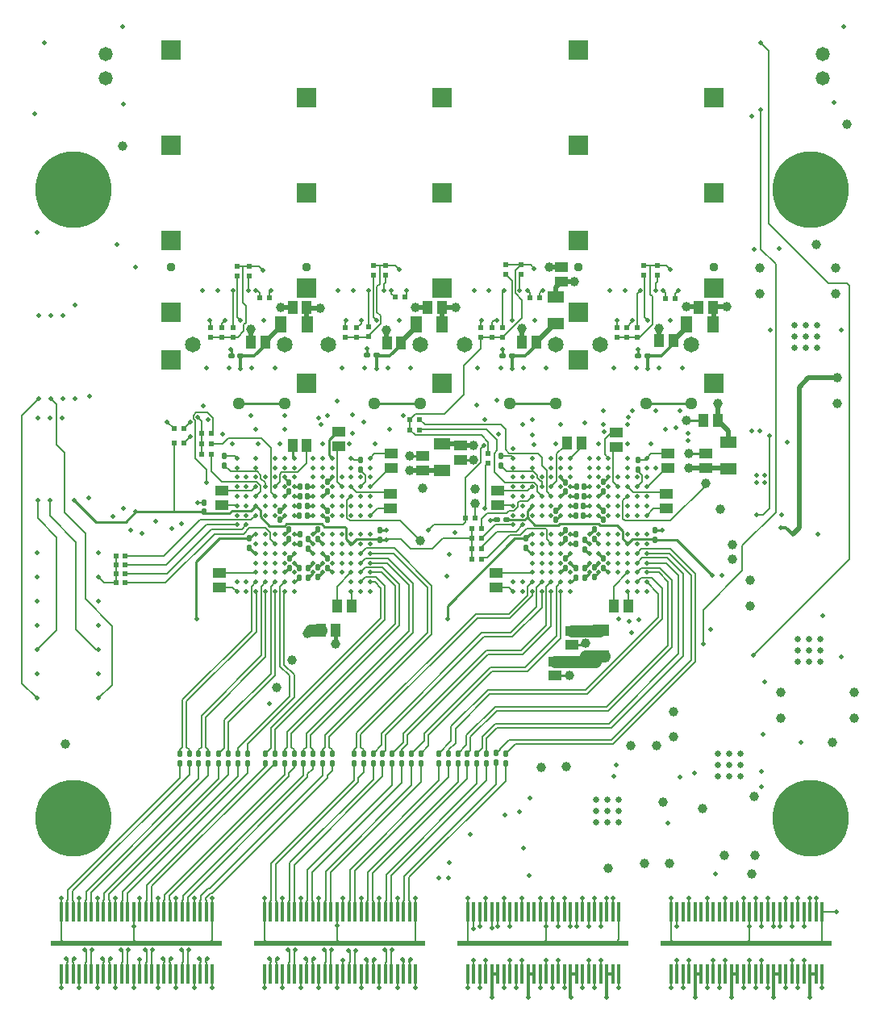
<source format=gbl>
%FSLAX44Y44*%
%MOMM*%
G71*
G01*
G75*
G04 Layer_Physical_Order=8*
G04 Layer_Color=16711680*
%ADD10C,0.2032*%
%ADD11R,1.6000X1.6000*%
%ADD12R,0.2800X0.8000*%
%ADD13R,0.8000X0.2800*%
%ADD14R,0.6000X0.6000*%
%ADD15R,0.6000X0.6000*%
%ADD16R,1.4000X1.0000*%
G04:AMPARAMS|DCode=17|XSize=0.5mm|YSize=0.6mm|CornerRadius=0.125mm|HoleSize=0mm|Usage=FLASHONLY|Rotation=0.000|XOffset=0mm|YOffset=0mm|HoleType=Round|Shape=RoundedRectangle|*
%AMROUNDEDRECTD17*
21,1,0.5000,0.3500,0,0,0.0*
21,1,0.2500,0.6000,0,0,0.0*
1,1,0.2500,0.1250,-0.1750*
1,1,0.2500,-0.1250,-0.1750*
1,1,0.2500,-0.1250,0.1750*
1,1,0.2500,0.1250,0.1750*
%
%ADD17ROUNDEDRECTD17*%
%ADD18R,2.6000X1.1000*%
G04:AMPARAMS|DCode=19|XSize=0.5mm|YSize=0.6mm|CornerRadius=0.125mm|HoleSize=0mm|Usage=FLASHONLY|Rotation=270.000|XOffset=0mm|YOffset=0mm|HoleType=Round|Shape=RoundedRectangle|*
%AMROUNDEDRECTD19*
21,1,0.5000,0.3500,0,0,270.0*
21,1,0.2500,0.6000,0,0,270.0*
1,1,0.2500,-0.1750,-0.1250*
1,1,0.2500,-0.1750,0.1250*
1,1,0.2500,0.1750,0.1250*
1,1,0.2500,0.1750,-0.1250*
%
%ADD19ROUNDEDRECTD19*%
%ADD20R,1.1000X1.3500*%
%ADD21R,1.0000X1.4000*%
%ADD22R,1.4000X1.1000*%
%ADD23R,1.1500X1.8000*%
%ADD24R,0.9500X0.3500*%
%ADD25R,0.3500X0.9500*%
%ADD26R,3.3000X3.3000*%
%ADD27R,0.6000X1.8000*%
%ADD28R,0.5000X2.0000*%
%ADD29R,1.1000X1.4000*%
%ADD30R,1.1500X1.7000*%
%ADD31R,3.3000X3.3000*%
%ADD32R,1.1000X2.6000*%
%ADD33R,1.7000X1.1500*%
%ADD34C,0.4500*%
%ADD35C,1.0000*%
%ADD36R,12.0500X2.0000*%
%ADD37R,1.8000X1.8000*%
%ADD38R,3.6800X1.2700*%
%ADD39C,0.2540*%
%ADD40C,0.1270*%
%ADD41C,0.5080*%
%ADD42C,0.1524*%
%ADD43C,0.3048*%
%ADD44C,0.5000*%
%ADD45C,1.2700*%
%ADD46C,0.3810*%
%ADD47C,1.6500*%
%ADD48C,1.4732*%
%ADD49C,1.2802*%
%ADD50C,0.9500*%
%ADD51R,2.0000X2.0000*%
%ADD52C,8.0000*%
%ADD53C,0.5080*%
%ADD54C,0.4928*%
%ADD55C,0.6600*%
%ADD56C,1.0160*%
%ADD57C,1.0080*%
%ADD58C,2.0580*%
%ADD59C,2.0320*%
%ADD60C,1.4580*%
%ADD61C,1.5580*%
%ADD62C,1.6764*%
%ADD63C,4.3180*%
%ADD64C,0.7620*%
%ADD65C,0.1000*%
%ADD66C,0.1016*%
%ADD67C,0.8380*%
%ADD68R,0.4064X2.1590*%
%ADD69R,18.0340X0.5080*%
D10*
X250190Y418857D02*
Y465190D01*
X182159Y344719D02*
X255524Y418084D01*
X177841Y346508D02*
X250190Y418857D01*
X177841Y296552D02*
Y346508D01*
X182159Y296552D02*
Y344719D01*
Y296552D02*
X185000Y293711D01*
X260504Y393328D02*
Y465504D01*
X250190Y465190D02*
X255000Y470000D01*
X265176Y391185D02*
Y459823D01*
X202159Y328168D02*
X265176Y391185D01*
X260504Y393328D02*
X260858Y392974D01*
X197841Y329957D02*
X260858Y392974D01*
X197841Y296552D02*
Y329957D01*
X202159Y296552D02*
Y328168D01*
Y296552D02*
X205000Y293711D01*
X255000Y460000D02*
X255524Y459476D01*
Y418084D02*
Y459476D01*
X270504Y458131D02*
Y465504D01*
Y458131D02*
X270510Y458125D01*
Y373899D02*
Y458125D01*
X260504Y465504D02*
X265000Y470000D01*
X274828Y372110D02*
Y459828D01*
X226000Y323282D02*
X274828Y372110D01*
X221682Y325071D02*
X270510Y373899D01*
X221682Y295682D02*
Y325071D01*
X226000Y290000D02*
Y323282D01*
X280416Y381584D02*
Y465416D01*
X270504Y465504D02*
X275000Y470000D01*
X284734Y383000D02*
Y459734D01*
Y383000D02*
X295000Y372734D01*
X280416Y381584D02*
X290000Y372000D01*
Y360999D02*
Y372000D01*
X295000Y349000D02*
Y372734D01*
X290000Y350000D02*
Y360999D01*
X236000Y296000D02*
X290000Y350000D01*
X246000Y300000D02*
X295000Y349000D01*
X246000Y290000D02*
Y300000D01*
X193446Y553540D02*
X200756D01*
X574553Y410574D02*
Y459553D01*
X540407Y376428D02*
X574553Y410574D01*
X503174Y376428D02*
X540407D01*
X570230Y413251D02*
Y465230D01*
X537725Y380746D02*
X570230Y413251D01*
X501385Y380746D02*
X537725D01*
X410639Y136079D02*
Y161221D01*
X507000Y257583D01*
Y280000D01*
X517000Y261476D02*
Y280000D01*
X415769Y160245D02*
X517000Y261476D01*
X415769Y136079D02*
Y160245D01*
X410029Y135469D02*
X410639Y136079D01*
X410029Y123571D02*
Y135469D01*
X416379Y123571D02*
Y135469D01*
X415769Y136079D02*
X416379Y135469D01*
X659698Y504698D02*
X690129D01*
X655000Y500000D02*
X659698Y504698D01*
X690129D02*
X716280Y478547D01*
X665000Y500000D02*
X688720D01*
X711962Y476758D01*
X517000Y290000D02*
X526974Y299974D01*
X627792Y304292D02*
X711962Y388462D01*
Y476758D01*
X526974Y299974D02*
X629974D01*
X716280Y386280D01*
Y478547D01*
X511231Y294569D02*
X520954Y304292D01*
X627792D01*
X511231Y294231D02*
Y294569D01*
X507000Y290000D02*
X511231Y294231D01*
X236000Y290000D02*
Y296000D01*
X539750Y455930D02*
Y464750D01*
X520446Y436626D02*
X539750Y455930D01*
X485545Y436626D02*
X520446D01*
X521716Y432308D02*
X545000Y455592D01*
X487333Y432308D02*
X521716D01*
X655000Y470000D02*
X659496Y474496D01*
X670283D01*
X681736Y463042D01*
X660301Y495300D02*
X686319D01*
X655000Y490000D02*
X660301Y495300D01*
X686319D02*
X703072Y478547D01*
X570230Y465230D02*
X575000Y470000D01*
X574734Y459734D02*
X575000Y460000D01*
X564828Y459828D02*
X565000Y460000D01*
X555000D02*
X555176Y459823D01*
X545000Y460000D02*
X545524Y459476D01*
X703072Y392572D02*
Y478547D01*
X627746Y317246D02*
X703072Y392572D01*
X508000Y317246D02*
X627746D01*
X698754Y394432D02*
Y476758D01*
X625886Y321564D02*
X698754Y394432D01*
X506211Y321564D02*
X625886D01*
X196669Y135634D02*
X197279Y136244D01*
X295119Y136079D02*
X295729Y135469D01*
Y123571D02*
Y135469D01*
X289379D02*
X289989Y136079D01*
X289379Y123571D02*
Y135469D01*
X314169Y136079D02*
X314779Y135469D01*
Y123571D02*
Y135469D01*
X308429D02*
X309039Y136079D01*
X308429Y123571D02*
Y135469D01*
X202409Y136244D02*
X203019Y135634D01*
Y123571D02*
Y135634D01*
X196669Y123571D02*
Y135634D01*
X114729Y71309D02*
Y82652D01*
X62709Y73000D02*
X64132Y74422D01*
X56156D02*
X57579Y73000D01*
X62709Y71309D02*
Y73000D01*
Y71309D02*
X63319Y70699D01*
Y58801D02*
Y70699D01*
X57579Y71309D02*
Y73000D01*
X56969Y70699D02*
X57579Y71309D01*
X56969Y58801D02*
Y70699D01*
X81759Y82398D02*
X83182Y83820D01*
X75206D02*
X76629Y82398D01*
X81759Y71309D02*
Y82398D01*
Y71309D02*
X82369Y70699D01*
Y58801D02*
Y70699D01*
X76629Y71309D02*
Y82398D01*
X76019Y70699D02*
X76629Y71309D01*
X76019Y58801D02*
Y70699D01*
X100809Y73000D02*
X102232Y74422D01*
X94256D02*
X95679Y73000D01*
X100809Y71309D02*
Y73000D01*
Y71309D02*
X101419Y70699D01*
Y58801D02*
Y70699D01*
X95679Y71309D02*
Y73000D01*
X95069Y70699D02*
X95679Y71309D01*
X95069Y58801D02*
Y70699D01*
X119859Y82652D02*
X121282Y84074D01*
X113306D02*
X114729Y82652D01*
X119859Y71309D02*
Y82652D01*
Y71309D02*
X120469Y70699D01*
Y58801D02*
Y70699D01*
X114119D02*
X114729Y71309D01*
X114119Y58801D02*
Y70699D01*
X202409Y73000D02*
X203832Y74422D01*
X195856D02*
X197279Y73000D01*
X202409Y71309D02*
Y73000D01*
Y71309D02*
X203019Y70699D01*
Y58801D02*
Y70699D01*
X197279Y71309D02*
Y73000D01*
X196669Y70699D02*
X197279Y71309D01*
X196669Y58801D02*
Y70699D01*
X183359Y82398D02*
X184782Y83820D01*
X176806D02*
X178229Y82398D01*
X183359Y71309D02*
Y82398D01*
Y71309D02*
X183969Y70699D01*
Y58801D02*
Y70699D01*
X178229Y71309D02*
Y82398D01*
X177619Y70699D02*
X178229Y71309D01*
X177619Y58801D02*
Y70699D01*
X164309Y73000D02*
X165732Y74422D01*
X157756D02*
X159179Y73000D01*
X164309Y71309D02*
Y73000D01*
Y71309D02*
X164919Y70699D01*
Y58801D02*
Y70699D01*
X159179Y71309D02*
Y73000D01*
X158569Y70699D02*
X159179Y71309D01*
X158569Y58801D02*
Y70699D01*
X145259Y82652D02*
X146682Y84074D01*
X138706D02*
X140129Y82652D01*
X145259Y71309D02*
Y82652D01*
Y71309D02*
X145869Y70699D01*
Y58801D02*
Y70699D01*
X140129Y71309D02*
Y82652D01*
X139519Y70699D02*
X140129Y71309D01*
X139519Y58801D02*
Y70699D01*
X270329Y58801D02*
Y70699D01*
X270939Y71309D01*
Y73000D01*
X276679Y58801D02*
Y70699D01*
X276069Y71309D02*
X276679Y70699D01*
X276069Y71309D02*
Y73000D01*
X269516Y74422D02*
X270939Y73000D01*
X276069D02*
X277492Y74422D01*
X289379Y58801D02*
Y70699D01*
X289989Y71309D01*
Y82398D01*
X295729Y58801D02*
Y70699D01*
X295119Y71309D02*
X295729Y70699D01*
X295119Y71309D02*
Y82398D01*
X288566Y83820D02*
X289989Y82398D01*
X295119D02*
X296542Y83820D01*
X308429Y58801D02*
Y70699D01*
X309039Y71309D01*
Y73000D01*
X314779Y58801D02*
Y70699D01*
X314169Y71309D02*
X314779Y70699D01*
X314169Y71309D02*
Y73000D01*
X307616Y74422D02*
X309039Y73000D01*
X314169D02*
X315592Y74422D01*
X327479Y58801D02*
Y70699D01*
X328089Y71309D01*
Y82398D01*
X333829Y58801D02*
Y70699D01*
X333219Y71309D02*
X333829Y70699D01*
X333219Y71309D02*
Y82398D01*
X326666Y83820D02*
X328089Y82398D01*
X333219D02*
X334642Y83820D01*
X410029Y58801D02*
Y70699D01*
X410639Y71309D01*
Y72746D01*
X416379Y58801D02*
Y70699D01*
X415769Y71309D02*
X416379Y70699D01*
X415769Y71309D02*
Y72746D01*
X409216Y74168D02*
X410639Y72746D01*
X415769D02*
X417192Y74168D01*
X101419Y123571D02*
Y135634D01*
X100809Y136244D02*
X101419Y135634D01*
X82369Y123571D02*
Y135634D01*
X81759Y136244D02*
X82369Y135634D01*
X62709Y135869D02*
X62944Y135634D01*
X63319Y123571D02*
Y135634D01*
X62944D02*
X63319D01*
X56969Y123571D02*
Y135634D01*
X57579Y136244D01*
X76019Y123571D02*
Y135634D01*
X76629Y136244D01*
X371929Y123571D02*
Y135469D01*
X372539Y136079D01*
X378279Y123571D02*
Y135469D01*
X377669Y136079D02*
X378279Y135469D01*
X390979Y123571D02*
Y135469D01*
X391589Y136079D01*
X352879Y58801D02*
Y70699D01*
X353489Y71309D01*
Y82144D01*
X359229Y58801D02*
Y70699D01*
X358619Y71309D02*
X359229Y70699D01*
X358619Y71309D02*
Y82144D01*
X352066Y83566D02*
X353489Y82144D01*
X358619D02*
X360042Y83566D01*
X371929Y58801D02*
Y70699D01*
X372539Y71309D01*
Y72746D01*
X378279Y58801D02*
Y70699D01*
X377669Y71309D02*
X378279Y70699D01*
X377669Y71309D02*
Y72746D01*
X371116Y74168D02*
X372539Y72746D01*
X377669D02*
X379092Y74168D01*
X390979Y58801D02*
Y70699D01*
X391589Y71309D01*
Y82398D01*
X397329Y58801D02*
Y70699D01*
X396719Y71309D02*
X397329Y70699D01*
X396719Y71309D02*
Y82398D01*
X390166Y83820D02*
X391589Y82398D01*
X396719D02*
X398142Y83820D01*
X352879Y135469D02*
X353489Y136079D01*
X352879Y123571D02*
Y135469D01*
X358619Y136079D02*
X359229Y135469D01*
Y123571D02*
Y135469D01*
X397329Y123571D02*
Y135469D01*
X396719Y136079D02*
X397329Y135469D01*
X276069Y136079D02*
Y143764D01*
Y136079D02*
X276679Y135469D01*
Y123571D02*
Y135469D01*
X270329Y123571D02*
Y135469D01*
X270939Y136079D01*
Y145889D01*
X333829Y123571D02*
Y134801D01*
X333248Y135382D02*
X333829Y134801D01*
X327479Y123571D02*
Y134693D01*
X328168Y135382D01*
X177619Y135634D02*
X178229Y136244D01*
X177619Y123571D02*
Y135634D01*
X178308Y136323D01*
X183969Y123571D02*
Y135634D01*
X164919Y123571D02*
Y135634D01*
X164309Y136244D02*
X164919Y135634D01*
X158569Y123571D02*
Y135634D01*
X159179Y136244D01*
X145869Y123571D02*
Y135634D01*
X145259Y136244D02*
X145869Y135634D01*
X183359Y136244D02*
X183969Y135634D01*
X139519Y123571D02*
Y135201D01*
X140208Y135890D01*
X95069Y135634D02*
X95679Y136244D01*
X95069Y123571D02*
Y135634D01*
X114119Y123571D02*
Y135469D01*
X114729Y136079D01*
X120469Y123571D02*
Y135469D01*
X119859Y136079D02*
X120469Y135469D01*
X175000Y280000D02*
X175006Y279994D01*
X295000Y275188D02*
Y280000D01*
X57579Y136244D02*
Y146733D01*
X175006Y264160D01*
Y279994D01*
X62709Y135869D02*
Y145757D01*
X185000Y268048D01*
Y280000D01*
X76629Y136244D02*
Y144955D01*
X195000Y263326D01*
Y280000D01*
X81759Y136244D02*
Y143979D01*
X205000Y267220D01*
Y280000D01*
X95679Y136244D02*
Y143431D01*
X216000Y263752D01*
Y280000D01*
X100809Y136244D02*
Y142455D01*
X226000Y267645D01*
Y280000D01*
X119859Y136079D02*
Y143735D01*
X246000Y269876D01*
Y280000D01*
X236000Y265983D02*
Y280000D01*
X114729Y144711D02*
X236000Y265983D01*
X114729Y136079D02*
Y144711D01*
X145259Y136244D02*
Y150593D01*
X274666Y280000D01*
X275000D01*
X265000Y276441D02*
Y280000D01*
X140208Y151649D02*
X265000Y276441D01*
X140208Y135890D02*
Y151649D01*
X159179Y136244D02*
Y141907D01*
X285000Y267728D01*
Y280000D01*
X164309Y136244D02*
Y140931D01*
X289318Y265940D01*
Y269506D01*
X295000Y275188D01*
X315000Y274112D02*
Y280000D01*
X178308Y136323D02*
Y140462D01*
X305000Y267154D01*
Y280000D01*
X183359Y136244D02*
Y139407D01*
X309318Y265366D01*
Y268430D01*
X315000Y274112D01*
X368000Y270000D02*
Y280000D01*
X270967Y146304D02*
Y174701D01*
X358000Y261734D01*
Y280000D01*
X276098Y143793D02*
Y173725D01*
X362318Y259946D01*
Y264318D01*
X368000Y270000D01*
X408000Y259000D02*
Y280000D01*
X314169Y136079D02*
Y165169D01*
X408000Y259000D01*
X398000Y257000D02*
Y280000D01*
X309039Y136079D02*
Y168039D01*
X398000Y257000D01*
X333248Y135382D02*
Y165608D01*
X428000Y260360D01*
Y280000D01*
X418000Y256467D02*
Y280000D01*
X328168Y166635D02*
X418000Y256467D01*
X328168Y135382D02*
Y166635D01*
X358619Y136079D02*
Y167103D01*
X457000Y265484D01*
Y280000D01*
X447000Y261591D02*
Y280000D01*
X353489Y168079D02*
X447000Y261591D01*
X353489Y136079D02*
Y168079D01*
X377669Y136079D02*
Y164563D01*
X477000Y263894D01*
Y280000D01*
X467000Y260001D02*
Y280000D01*
X372539Y165539D02*
X467000Y260001D01*
X372539Y136079D02*
Y165539D01*
X396719Y136079D02*
Y162023D01*
X497000Y262304D01*
Y280000D01*
X487000Y258411D02*
Y280000D01*
X391589Y162999D02*
X487000Y258411D01*
X391589Y136079D02*
Y162999D01*
X175000Y290000D02*
Y293711D01*
X177841Y296552D01*
X185000Y290000D02*
Y293711D01*
X216000Y290000D02*
X221682Y295682D01*
X195000Y290000D02*
Y293711D01*
X197841Y296552D01*
X205000Y290000D02*
Y293711D01*
X265000Y460000D02*
X265176Y459823D01*
X274828Y459828D02*
X275000Y460000D01*
X284734Y459734D02*
X285000Y460000D01*
X280416Y465416D02*
X285000Y470000D01*
X365000Y500000D02*
X370461Y505460D01*
X365000Y490000D02*
X370047Y495046D01*
X365000Y480000D02*
X370140Y485140D01*
X365000Y470000D02*
X370234Y475234D01*
X370047Y495046D02*
X393457D01*
X370140Y485140D02*
X387615D01*
X370234Y475234D02*
X381000D01*
X270682Y295682D02*
Y316921D01*
X265000Y290000D02*
X270682Y295682D01*
Y316921D02*
X386080Y432319D01*
X275000Y290000D02*
Y315132D01*
X390398Y430530D01*
X285000Y290000D02*
Y293711D01*
X287841Y296552D01*
X295000Y290000D02*
Y293711D01*
X292159Y296552D02*
X295000Y293711D01*
X287841Y296552D02*
Y312998D01*
X400812Y425969D01*
X292159Y296552D02*
Y311209D01*
X405130Y424180D01*
X305000Y290000D02*
Y293711D01*
X307841Y296552D01*
X315000Y290000D02*
Y293711D01*
X312159Y296552D02*
X315000Y293711D01*
X312159Y296552D02*
Y309118D01*
X420116Y417075D01*
X307841Y310907D02*
X415798Y418863D01*
X307841Y296552D02*
Y310907D01*
X325000Y290000D02*
Y293711D01*
X327841Y296552D01*
X335000Y290000D02*
Y293711D01*
X332159Y296552D02*
X335000Y293711D01*
X332159Y296552D02*
Y307340D01*
X439674Y414855D01*
X327841Y309129D02*
X435356Y416643D01*
X327841Y296552D02*
Y309129D01*
X435356Y416643D02*
Y464312D01*
X439674Y414855D02*
Y466101D01*
X415798Y418863D02*
Y466598D01*
X420116Y417075D02*
Y468387D01*
X393457Y495046D02*
X420116Y468387D01*
X387615Y485140D02*
X405130Y467625D01*
X400812Y425969D02*
Y465836D01*
X405130Y424180D02*
Y467625D01*
X375000Y470000D02*
X379884D01*
X386080Y432319D02*
Y463804D01*
X379884Y470000D02*
X386080Y463804D01*
X381000Y475234D02*
X390398Y465836D01*
Y430530D02*
Y465836D01*
X386648Y480000D02*
X400812Y465836D01*
X375000Y480000D02*
X386648D01*
X392396Y490000D02*
X415798Y466598D01*
X375000Y490000D02*
X392396D01*
X399668Y500000D02*
X435356Y464312D01*
X375000Y500000D02*
X399668D01*
X370461Y505460D02*
X400315D01*
X439674Y466101D01*
X358000Y290000D02*
Y293711D01*
X360841Y296552D01*
X368000Y290000D02*
Y293711D01*
X365159Y296552D02*
X368000Y293711D01*
X365159Y296552D02*
Y310134D01*
X487333Y432308D01*
X360841Y311923D02*
X485545Y436626D01*
X360841Y296552D02*
Y311923D01*
X388000Y290000D02*
X391193Y293193D01*
Y309405D01*
X386875Y298875D02*
Y311194D01*
X492241Y416560D02*
X521970D01*
X391193Y309405D02*
X494030Y412242D01*
X378000Y290000D02*
X386875Y298875D01*
Y311194D02*
X492241Y416560D01*
X408000Y290000D02*
Y293711D01*
X414274Y299985D01*
Y309626D01*
X498602Y393954D01*
X409956Y311415D02*
X496813Y398272D01*
X398000Y290000D02*
X409956Y301956D01*
Y311415D01*
X436118Y298118D02*
Y309372D01*
X503174Y376428D01*
X431800Y311161D02*
X501385Y380746D01*
X428000Y290000D02*
X436118Y298118D01*
X418000Y290000D02*
X431800Y303800D01*
Y311161D01*
X457000Y290000D02*
Y293711D01*
X464312Y301023D01*
Y316484D01*
X500634Y352806D01*
X459994Y318273D02*
X498845Y357124D01*
X447000Y290000D02*
X459994Y302994D01*
Y318273D01*
X498845Y357124D02*
X601218D01*
X500634Y352806D02*
X603007D01*
X477000Y290000D02*
X480347Y293347D01*
Y307373D01*
X476029Y299029D02*
Y309162D01*
X467000Y290000D02*
X476029Y299029D01*
Y309162D02*
X505957Y339090D01*
X623062D01*
X480347Y307373D02*
X507746Y334772D01*
X624851D01*
X497000Y306246D02*
X508000Y317246D01*
X492682Y295682D02*
Y308035D01*
X497000Y290000D02*
Y306246D01*
X487000Y290000D02*
X492682Y295682D01*
Y308035D02*
X506211Y321564D01*
X685512Y490000D02*
X698754Y476758D01*
X677732Y480000D02*
X687578Y470154D01*
X623062Y339090D02*
X687578Y403606D01*
Y470154D01*
X624851Y334772D02*
X691896Y401817D01*
Y471943D01*
X601218Y357124D02*
X677418Y433324D01*
X603007Y352806D02*
X681736Y431535D01*
X496813Y398272D02*
X533400D01*
X498602Y393954D02*
X535189D01*
X494030Y412242D02*
X523759D01*
X677418Y433324D02*
Y457582D01*
X665000Y470000D02*
X677418Y457582D01*
X681736Y431535D02*
Y463042D01*
X665000Y480000D02*
X677732D01*
X678953Y484886D02*
X691896Y471943D01*
X655000Y480000D02*
X659886Y484886D01*
X678953D01*
X665000Y490000D02*
X685512D01*
X545000Y455592D02*
Y460000D01*
X539750Y464750D02*
X545000Y470000D01*
X523759Y412242D02*
X555000Y443483D01*
Y460000D01*
X521970Y416560D02*
X549656Y444246D01*
Y464656D02*
X555000Y470000D01*
X549656Y444246D02*
Y464656D01*
X535189Y393954D02*
X565000Y423765D01*
Y460000D01*
X533400Y398272D02*
X559816Y424688D01*
Y464816D02*
X565000Y470000D01*
X559816Y424688D02*
Y464816D01*
X574553Y459553D02*
X575000Y460000D01*
X289989Y136079D02*
Y175181D01*
X378000Y263192D01*
Y280000D01*
X295119Y136079D02*
Y173127D01*
X388000Y266008D01*
Y280000D01*
X335000Y272008D02*
Y280000D01*
X325000Y266580D02*
Y280000D01*
X330080Y264476D02*
Y267088D01*
X335000Y272008D01*
X207296Y143361D02*
X208965D01*
X330080Y264476D01*
X205192Y148441D02*
X206861D01*
X325000Y266580D01*
X197279Y140527D02*
X205192Y148441D01*
X202409Y136244D02*
Y138474D01*
X207296Y143361D01*
X197279Y136244D02*
Y140527D01*
D14*
X118000Y497000D02*
D03*
X108000D02*
D03*
X482000Y505000D02*
D03*
X492000D02*
D03*
X482000Y526000D02*
D03*
X492000D02*
D03*
Y516000D02*
D03*
X482000D02*
D03*
X118000Y469000D02*
D03*
X108000D02*
D03*
X198000Y615000D02*
D03*
X208000D02*
D03*
X198000Y626000D02*
D03*
X208000D02*
D03*
X426826Y640588D02*
D03*
X416826D02*
D03*
X426826Y629588D02*
D03*
X416826D02*
D03*
X553000Y768000D02*
D03*
X543000D02*
D03*
X475000Y537000D02*
D03*
X485000D02*
D03*
X169000Y630696D02*
D03*
X179000D02*
D03*
X411000Y769000D02*
D03*
X401000D02*
D03*
X208000Y604000D02*
D03*
X198000D02*
D03*
X108000Y488000D02*
D03*
X118000D02*
D03*
Y479000D02*
D03*
X108000D02*
D03*
X685000Y767000D02*
D03*
X695000D02*
D03*
X169000Y615570D02*
D03*
X179000D02*
D03*
X482000Y494000D02*
D03*
X492000D02*
D03*
X259000Y768000D02*
D03*
X269000D02*
D03*
D15*
X499000Y605000D02*
D03*
Y595000D02*
D03*
X207000Y737000D02*
D03*
Y727000D02*
D03*
X361000D02*
D03*
Y737000D02*
D03*
X644000Y727000D02*
D03*
Y737000D02*
D03*
X503000Y727000D02*
D03*
Y737000D02*
D03*
X655000Y727000D02*
D03*
Y737000D02*
D03*
X676000Y792000D02*
D03*
Y802000D02*
D03*
X491000Y737000D02*
D03*
Y727000D02*
D03*
X662000Y802000D02*
D03*
Y792000D02*
D03*
X349000Y737000D02*
D03*
Y727000D02*
D03*
X373000Y738000D02*
D03*
Y728000D02*
D03*
X514000Y737000D02*
D03*
Y727000D02*
D03*
X634000Y737000D02*
D03*
Y727000D02*
D03*
X391000Y792000D02*
D03*
Y802000D02*
D03*
X378000D02*
D03*
Y792000D02*
D03*
X533000Y793000D02*
D03*
Y803000D02*
D03*
X235000Y801000D02*
D03*
Y791000D02*
D03*
X219000Y727000D02*
D03*
Y737000D02*
D03*
X248000Y791000D02*
D03*
Y801000D02*
D03*
X231000Y727000D02*
D03*
Y737000D02*
D03*
X517000Y803000D02*
D03*
Y793000D02*
D03*
D17*
X591244Y539830D02*
D03*
Y549830D02*
D03*
X619946Y484966D02*
D03*
Y494966D02*
D03*
X418000Y280000D02*
D03*
Y290000D02*
D03*
X408000Y280000D02*
D03*
Y290000D02*
D03*
X236000Y280000D02*
D03*
Y290000D02*
D03*
X398000Y280000D02*
D03*
Y290000D02*
D03*
X279908Y535004D02*
D03*
Y545004D02*
D03*
X185000Y280000D02*
D03*
Y290000D02*
D03*
X447000Y280000D02*
D03*
Y290000D02*
D03*
X579882Y484966D02*
D03*
Y494966D02*
D03*
X384770Y524176D02*
D03*
Y514176D02*
D03*
X598864Y539830D02*
D03*
Y549830D02*
D03*
X315000Y280000D02*
D03*
Y290000D02*
D03*
X487000Y280000D02*
D03*
Y290000D02*
D03*
X512000Y602000D02*
D03*
Y592000D02*
D03*
X289814Y514938D02*
D03*
Y524938D02*
D03*
X590482Y474806D02*
D03*
Y484806D02*
D03*
X467000Y280000D02*
D03*
Y290000D02*
D03*
X320061Y475060D02*
D03*
Y485060D02*
D03*
X329946Y484966D02*
D03*
Y494966D02*
D03*
X265000Y280000D02*
D03*
Y290000D02*
D03*
X579814Y574722D02*
D03*
Y564722D02*
D03*
X329946Y535004D02*
D03*
Y545004D02*
D03*
X378000Y280000D02*
D03*
Y290000D02*
D03*
X289966Y484966D02*
D03*
Y494966D02*
D03*
X305000Y280000D02*
D03*
Y290000D02*
D03*
X308864Y539830D02*
D03*
Y549830D02*
D03*
X517000Y290000D02*
D03*
Y280000D02*
D03*
X506984Y290322D02*
D03*
Y280322D02*
D03*
X308864Y570150D02*
D03*
Y560150D02*
D03*
X538000Y506000D02*
D03*
Y516000D02*
D03*
X591498Y570150D02*
D03*
Y560150D02*
D03*
X226000Y280000D02*
D03*
Y290000D02*
D03*
X221960Y602000D02*
D03*
Y592000D02*
D03*
X289814Y574722D02*
D03*
Y564722D02*
D03*
X301244Y570150D02*
D03*
Y560150D02*
D03*
X325000Y280000D02*
D03*
Y290000D02*
D03*
X388000Y280000D02*
D03*
Y290000D02*
D03*
X368000Y280000D02*
D03*
Y290000D02*
D03*
X335000Y280000D02*
D03*
Y290000D02*
D03*
X609939Y514938D02*
D03*
Y524938D02*
D03*
X320120Y515120D02*
D03*
Y525120D02*
D03*
X275000Y280000D02*
D03*
Y290000D02*
D03*
X610040Y475060D02*
D03*
Y485060D02*
D03*
X246000Y280000D02*
D03*
Y290000D02*
D03*
X358000Y280000D02*
D03*
Y290000D02*
D03*
X497000Y280000D02*
D03*
Y290000D02*
D03*
X216000Y280000D02*
D03*
Y290000D02*
D03*
X569908Y535004D02*
D03*
Y545004D02*
D03*
X619946Y575230D02*
D03*
Y565230D02*
D03*
X309880Y474806D02*
D03*
Y484806D02*
D03*
X579882Y514764D02*
D03*
Y524764D02*
D03*
X619946Y535004D02*
D03*
Y545004D02*
D03*
X300482Y474806D02*
D03*
Y484806D02*
D03*
X285000Y280000D02*
D03*
Y290000D02*
D03*
X300736Y539830D02*
D03*
Y549830D02*
D03*
X674116Y524350D02*
D03*
Y514350D02*
D03*
X600541Y514176D02*
D03*
Y504176D02*
D03*
X195000Y280000D02*
D03*
Y290000D02*
D03*
X457000Y280000D02*
D03*
Y290000D02*
D03*
X599118Y570150D02*
D03*
Y560150D02*
D03*
X309880Y515120D02*
D03*
Y505120D02*
D03*
X329946Y575230D02*
D03*
Y565230D02*
D03*
X591244Y510112D02*
D03*
Y520112D02*
D03*
X205000Y280000D02*
D03*
Y290000D02*
D03*
X300990Y510112D02*
D03*
Y520112D02*
D03*
X428000Y280000D02*
D03*
Y290000D02*
D03*
X477000Y280000D02*
D03*
Y290000D02*
D03*
X295000Y280000D02*
D03*
Y290000D02*
D03*
X599880Y474806D02*
D03*
Y484806D02*
D03*
X175000Y280000D02*
D03*
Y290000D02*
D03*
X656000Y598000D02*
D03*
Y588000D02*
D03*
X200756Y553500D02*
D03*
Y543500D02*
D03*
X248226Y505542D02*
D03*
Y515542D02*
D03*
X365000Y598000D02*
D03*
Y588000D02*
D03*
D19*
X382000Y708000D02*
D03*
X372000D02*
D03*
X666000Y707000D02*
D03*
X656000D02*
D03*
X508000Y535000D02*
D03*
X518000D02*
D03*
X239000Y707000D02*
D03*
X229000D02*
D03*
X524000D02*
D03*
X514000D02*
D03*
D22*
X469754Y613154D02*
D03*
Y598154D02*
D03*
X569214Y386722D02*
D03*
Y371722D02*
D03*
X507000Y464500D02*
D03*
Y479500D02*
D03*
X219000Y550500D02*
D03*
Y565500D02*
D03*
X576000Y785500D02*
D03*
Y800500D02*
D03*
X217000Y464500D02*
D03*
Y479500D02*
D03*
X342000Y627500D02*
D03*
Y612500D02*
D03*
X396000Y547500D02*
D03*
Y562500D02*
D03*
X397000Y604500D02*
D03*
Y589500D02*
D03*
X727040Y589896D02*
D03*
Y604896D02*
D03*
X686000Y547500D02*
D03*
Y562500D02*
D03*
X509000Y550500D02*
D03*
Y565500D02*
D03*
X633000Y626500D02*
D03*
Y611500D02*
D03*
X586454Y418850D02*
D03*
Y403850D02*
D03*
X430130Y587232D02*
D03*
Y602232D02*
D03*
X687000Y604500D02*
D03*
Y589500D02*
D03*
D29*
X596500Y616000D02*
D03*
X581500D02*
D03*
X293500Y613000D02*
D03*
X308500D02*
D03*
X407500Y721000D02*
D03*
X392500D02*
D03*
X323520Y419100D02*
D03*
X338520D02*
D03*
X264500Y722000D02*
D03*
X249500D02*
D03*
X355500Y445000D02*
D03*
X340500D02*
D03*
X549500Y722000D02*
D03*
X534500D02*
D03*
X308500Y758000D02*
D03*
X293500D02*
D03*
X693500Y723000D02*
D03*
X678500D02*
D03*
X450500Y758000D02*
D03*
X435500D02*
D03*
X734500D02*
D03*
X719500D02*
D03*
X739782Y639370D02*
D03*
X724782D02*
D03*
X645500Y445000D02*
D03*
X630500D02*
D03*
D30*
X707250Y740000D02*
D03*
X734750D02*
D03*
X281250D02*
D03*
X308750D02*
D03*
X423250D02*
D03*
X450750D02*
D03*
D33*
X449933Y587147D02*
D03*
Y614647D02*
D03*
X750916Y588980D02*
D03*
Y616480D02*
D03*
X617188Y419766D02*
D03*
Y392266D02*
D03*
X570000Y741250D02*
D03*
Y768750D02*
D03*
D35*
X875000Y950000D02*
D03*
X625000Y170000D02*
D03*
X55000Y300000D02*
D03*
X115000Y927000D02*
D03*
X427482Y513334D02*
D03*
X860298Y302006D02*
D03*
X682000Y239000D02*
D03*
X726948Y573786D02*
D03*
X775716Y163830D02*
D03*
X843534Y824230D02*
D03*
X600964Y405638D02*
D03*
X865162Y684060D02*
D03*
X783628Y799630D02*
D03*
Y772630D02*
D03*
X863482Y772550D02*
D03*
X863388Y799550D02*
D03*
X865416Y657060D02*
D03*
X754770Y494150D02*
D03*
Y509150D02*
D03*
X742050Y546608D02*
D03*
X739782Y657306D02*
D03*
X706846Y639370D02*
D03*
X709104Y604896D02*
D03*
Y589896D02*
D03*
X583918Y371722D02*
D03*
Y386722D02*
D03*
X601258Y418750D02*
D03*
X430022Y568514D02*
D03*
X485068Y552316D02*
D03*
Y567316D02*
D03*
X483652Y613154D02*
D03*
Y598154D02*
D03*
X416232Y587232D02*
D03*
Y602232D02*
D03*
X338498Y405270D02*
D03*
X309350Y415946D02*
D03*
X277000Y359000D02*
D03*
X293000Y388000D02*
D03*
X773500Y471500D02*
D03*
Y444500D02*
D03*
X806000Y354500D02*
D03*
X883000D02*
D03*
Y327500D02*
D03*
X806000D02*
D03*
X779000Y183000D02*
D03*
X747000D02*
D03*
X724000Y232000D02*
D03*
X689500Y174500D02*
D03*
X662500D02*
D03*
X693420Y334010D02*
D03*
X693614Y307788D02*
D03*
X675500Y298106D02*
D03*
X648500D02*
D03*
X581000Y276000D02*
D03*
X554500Y275500D02*
D03*
X778000Y245000D02*
D03*
X322072Y757428D02*
D03*
X281132Y758190D02*
D03*
X249500Y735000D02*
D03*
X392318Y734640D02*
D03*
X464322Y758018D02*
D03*
X422500Y758000D02*
D03*
X589000Y785500D02*
D03*
X563000Y800500D02*
D03*
X534318Y735640D02*
D03*
X707080Y758586D02*
D03*
X748902Y758604D02*
D03*
X678500Y736000D02*
D03*
D39*
X600040Y404968D02*
X600964Y404044D01*
X598922Y403850D02*
X600040Y404968D01*
X586454Y403850D02*
X598922D01*
X600964Y404044D02*
Y408178D01*
X777494Y393192D02*
Y393446D01*
X118392Y532892D02*
X129000Y543500D01*
X86708Y532892D02*
X118392D01*
X696468Y514350D02*
X733806Y477012D01*
X674116Y514350D02*
X696468D01*
X456184Y431292D02*
Y445184D01*
X649858Y514858D02*
X673608D01*
X332000Y603000D02*
X335000Y600000D01*
X332000Y603000D02*
Y619000D01*
X340500Y627500D01*
X342000D01*
X293500Y601500D02*
X295000Y600000D01*
X293500Y601500D02*
Y613000D01*
X169000Y543500D02*
X200756D01*
X129000D02*
X169000D01*
X456184Y445184D02*
X526540Y515540D01*
X202050Y542206D02*
X227206D01*
X200756Y543500D02*
X202050Y542206D01*
X250000Y545000D02*
X255000Y550000D01*
X230000Y545000D02*
X250000D01*
X259750Y538533D02*
Y545250D01*
X255000Y550000D02*
X259750Y545250D01*
X227206Y542206D02*
X230000Y545000D01*
X526540Y515540D02*
X538226D01*
X634464Y529536D02*
X640250Y523750D01*
X573905Y531000D02*
X614536D01*
X645000Y510000D02*
Y510500D01*
X640250Y515250D02*
X645000Y510500D01*
X640250Y515250D02*
Y523750D01*
X616000Y529536D02*
X634464D01*
X614536Y531000D02*
X616000Y529536D01*
X548064Y529718D02*
X572623D01*
X539749Y538033D02*
X548064Y529718D01*
X572623D02*
X573905Y531000D01*
X536717Y535000D02*
X539749Y538033D01*
Y544750D01*
X545000Y550000D01*
X518000Y535000D02*
X536717D01*
X500968D02*
X508000D01*
X285000Y529000D02*
X287000Y531000D01*
X269283Y529000D02*
X285000D01*
X259750Y538533D02*
X269283Y529000D01*
X674232Y524358D02*
X681264D01*
X287000Y531000D02*
X324000D01*
X327000Y528000D01*
X348300D01*
X325000Y510000D02*
Y510240D01*
X320120Y515120D02*
X325000Y510240D01*
X315000Y520000D02*
X320120Y525120D01*
X309880Y505120D02*
X315000Y500000D01*
X309880Y515120D02*
X315000Y510000D01*
X610062Y514938D02*
X615000Y510000D01*
X600541Y504176D02*
X604717Y500000D01*
X600541Y514176D02*
X604717Y510000D01*
X605000Y520000D02*
X609176Y524176D01*
X706846Y639370D02*
X724782D01*
X709104Y604896D02*
X727040D01*
X750000Y589896D02*
X750916Y588980D01*
X569214Y371722D02*
X583918D01*
X586454Y418850D02*
X586554Y418750D01*
X469754Y598154D02*
X483652D01*
X416232Y602232D02*
X430130D01*
X468261Y614647D02*
X469754Y613154D01*
X192278Y431292D02*
Y491744D01*
X391842Y514176D02*
X391922Y514256D01*
X384810Y514176D02*
X391842D01*
X384810Y524176D02*
X391842D01*
X255000Y520002D02*
Y520004D01*
X252686Y520002D02*
X255000D01*
X248226Y515542D02*
X252686Y520002D01*
X248226Y505542D02*
X253766Y500002D01*
X543766Y500000D02*
X545000D01*
X538226Y505540D02*
X543766Y500000D01*
X538226Y515540D02*
X542686Y520000D01*
X545000D01*
X620230Y575230D02*
X625000Y580000D01*
X619946Y575230D02*
X620230D01*
X330230D02*
X335000Y580000D01*
X329946Y575230D02*
X330230D01*
X585149Y560150D02*
X591498D01*
X585000Y560000D02*
X585149Y560150D01*
Y570150D02*
X591498D01*
X585000Y570000D02*
X585149Y570150D01*
X598864D02*
X604851D01*
X605000Y570000D01*
X598864Y560150D02*
X604851D01*
X605000Y560000D01*
X615000D02*
Y560284D01*
X619946Y565230D01*
X615000Y550000D02*
X619946Y545055D01*
Y545004D02*
Y545055D01*
X615000Y539950D02*
Y540000D01*
Y539950D02*
X619946Y535004D01*
X575000Y579536D02*
X579814Y574722D01*
X575000Y579536D02*
Y580000D01*
X575092Y560000D02*
X579814Y564722D01*
X575000Y560000D02*
X575092D01*
X569908Y545004D02*
X570004D01*
X575000Y550000D01*
X569908Y535004D02*
X570004D01*
X575000Y540000D01*
X585676Y470000D02*
X590482Y474806D01*
X585000Y470000D02*
X585676D01*
X590193Y484806D02*
X590482D01*
X585000Y490000D02*
X590193Y484806D01*
X580068Y485068D02*
Y485220D01*
X575000Y480000D02*
X580068Y485068D01*
X599880Y484806D02*
X605000Y489926D01*
Y490000D01*
X599880Y474806D02*
X605000Y479926D01*
Y480000D01*
X610040Y475060D02*
X610061D01*
X615000Y480000D01*
X610040Y485060D02*
X610061D01*
X615000Y490000D01*
X619946Y484966D02*
X624912Y480000D01*
X625000D01*
X615000Y499912D02*
X619946Y494966D01*
X615000Y499912D02*
Y500000D01*
X604859Y509858D02*
X605000Y510000D01*
X604859Y519858D02*
X605000Y520000D01*
X585112Y520112D02*
X591244D01*
X585000Y520000D02*
X585112Y520112D01*
Y510112D02*
X591244D01*
X585000Y510000D02*
X585112Y510112D01*
X575638Y510000D02*
X579814Y514176D01*
X575000Y510000D02*
X575638D01*
Y520000D02*
X579814Y524176D01*
X575000Y520000D02*
X575638D01*
X580068Y495220D02*
X580220D01*
X585000Y500000D01*
X545000Y520000D02*
Y520002D01*
X598864Y549830D02*
X604830D01*
X585170D02*
X591244D01*
X585170Y539830D02*
X591244D01*
X598864D02*
X604830D01*
X314830D02*
X315000Y540000D01*
X308864Y539830D02*
X314830D01*
X295000Y540000D02*
X295170Y539830D01*
X301244D01*
X295000Y550000D02*
X295170Y549830D01*
X301244D01*
X314830D02*
X315000Y550000D01*
X308864Y549830D02*
X314830D01*
X255000Y539686D02*
Y540000D01*
Y520000D02*
Y520002D01*
X290220Y495220D02*
X295000Y500000D01*
X290068Y495220D02*
X290220D01*
X285000Y520000D02*
X285638D01*
X289814Y524176D01*
X285000Y510000D02*
X285638D01*
X289814Y514176D01*
X295000Y510000D02*
X295112Y510112D01*
X301244D01*
X295000Y520000D02*
X295112Y520112D01*
X301244D01*
X314858Y519858D02*
X315000Y520000D01*
X314858Y509858D02*
X315000Y510000D01*
X325000Y499912D02*
Y500000D01*
Y499912D02*
X329946Y494966D01*
X334912Y480000D02*
X335000D01*
X329946Y484966D02*
X334912Y480000D01*
X320061Y485060D02*
X325000Y490000D01*
X320040Y485060D02*
X320061D01*
Y475060D02*
X325000Y480000D01*
X320040Y475060D02*
X320061D01*
X315000Y479926D02*
Y480000D01*
X309880Y474806D02*
X315000Y479926D01*
Y489926D02*
Y490000D01*
X309880Y484806D02*
X315000Y489926D01*
X285000Y480000D02*
X290068Y485068D01*
Y485220D01*
X295000Y490000D02*
X300194Y484806D01*
X300482D01*
X295000Y470000D02*
X295676D01*
X300482Y474806D01*
X280004Y535004D02*
X285000Y540000D01*
X279908Y535004D02*
X280004D01*
Y545004D02*
X285000Y550000D01*
X279908Y545004D02*
X280004D01*
X285000Y560000D02*
X285092D01*
X289814Y564722D01*
X285000Y579536D02*
Y580000D01*
Y579536D02*
X289814Y574722D01*
X325000Y539950D02*
X329946Y535004D01*
X325000Y539950D02*
Y540000D01*
X329946Y545004D02*
Y545055D01*
X325000Y550000D02*
X329946Y545055D01*
X325000Y560284D02*
X329946Y565230D01*
X325000Y560000D02*
Y560284D01*
X314851Y560150D02*
X315000Y560000D01*
X308864Y560150D02*
X314851D01*
Y570150D02*
X315000Y570000D01*
X308864Y570150D02*
X314851D01*
X295000Y570000D02*
X295149Y570150D01*
X301498D01*
X295000Y560000D02*
X295149Y560150D01*
X301498D01*
X235000Y530000D02*
X235000Y530000D01*
X664369Y657400D02*
X712369D01*
X521869D02*
X569869D01*
X379369D02*
X427369D01*
X236869D02*
X284869D01*
X645000Y510000D02*
X649858Y514858D01*
X64050Y555550D02*
X86708Y532892D01*
X349750Y515250D02*
X355000Y510000D01*
X349750Y515250D02*
Y526550D01*
X348300Y528000D02*
X349750Y526550D01*
X216328Y515794D02*
X247904D01*
X192278Y491744D02*
X216328Y515794D01*
X355000Y510000D02*
X355501D01*
X360250Y514749D01*
X384236D02*
X384810Y514176D01*
X360250Y514749D02*
X384236D01*
X229000Y707000D02*
Y714519D01*
X372000Y708000D02*
Y715519D01*
X514000Y707000D02*
Y714519D01*
X656000Y707000D02*
Y714519D01*
D40*
X452628Y646430D02*
X473202Y667004D01*
X422668Y646430D02*
X452628D01*
X416826Y640588D02*
X422668Y646430D01*
X724662Y404876D02*
Y440944D01*
X777494Y393446D02*
X878078Y494030D01*
Y780542D01*
X875538Y783082D02*
X878078Y780542D01*
X856234Y783082D02*
X875538D01*
X793496Y845820D02*
X856234Y783082D01*
X793496Y845820D02*
Y1027684D01*
X785114Y1036066D02*
X793496Y1027684D01*
X784860Y819404D02*
X800862Y803402D01*
Y543052D02*
Y803402D01*
X765706Y507896D02*
X800862Y543052D01*
X724662Y440944D02*
X765706Y481988D01*
Y507896D01*
X784860Y819404D02*
Y965454D01*
X726948Y570948D02*
Y573786D01*
X570885Y604885D02*
X578000Y612000D01*
X220000Y615000D02*
X226000Y621000D01*
X261000D01*
X270885Y611115D01*
X780170Y540140D02*
X787282D01*
X794274Y547132D01*
Y623554D01*
X416826Y640588D02*
X417773D01*
X416826Y629588D02*
Y640588D01*
X191000Y600000D02*
Y639462D01*
Y600000D02*
X203000Y588000D01*
X203915Y647623D02*
X209623Y641915D01*
X192085Y647623D02*
X203915D01*
X208000Y626000D02*
X209623Y627623D01*
Y641915D01*
X189377Y644915D02*
X192085Y647623D01*
X189377Y641085D02*
Y644915D01*
Y641085D02*
X191000Y639462D01*
X203000Y574000D02*
Y588000D01*
X208000Y615000D02*
X220000D01*
X432414Y635000D02*
X512000D01*
X521000Y605000D02*
X551000D01*
X426826Y640588D02*
X432414Y635000D01*
X512000D02*
X517000Y630000D01*
Y609000D02*
Y630000D01*
Y609000D02*
X521000Y605000D01*
X551000D02*
X555000Y601000D01*
X492000Y624000D02*
X499000Y617000D01*
Y605000D02*
Y617000D01*
X422414Y624000D02*
X492000D01*
X490811Y595189D02*
Y609811D01*
X494000Y613000D01*
X475000Y579378D02*
X490811Y595189D01*
X496000Y592000D02*
X499000Y595000D01*
X416826Y629588D02*
X422414Y624000D01*
X664000Y598000D02*
X666000Y600000D01*
X656000Y598000D02*
X664000D01*
X356000Y600000D02*
X358000Y598000D01*
X365000D01*
X621000Y604001D02*
Y620000D01*
X628000Y627000D01*
X621000Y604001D02*
X625000Y600000D01*
X630000Y607000D02*
X633000Y610000D01*
X630000Y600820D02*
Y607000D01*
X340000Y612000D02*
X341000Y613000D01*
X340000Y575000D02*
Y612000D01*
X578000Y612000D02*
Y613000D01*
X280000Y575000D02*
Y583000D01*
X275000Y570000D02*
X280000Y575000D01*
Y583000D02*
X282000Y585000D01*
X299000D01*
X308500Y594500D01*
Y613000D01*
X426000Y630000D02*
X497000D01*
X508000Y619000D01*
Y617999D02*
Y619000D01*
Y608000D02*
Y617999D01*
X46000Y614000D02*
Y656200D01*
X54000Y543000D02*
X76000Y521000D01*
Y452000D02*
Y521000D01*
Y452000D02*
X104000Y424000D01*
Y361900D02*
Y424000D01*
X39650Y662550D02*
X46000Y656200D01*
Y614000D02*
X54000Y606000D01*
Y543000D02*
Y606000D01*
X90000Y347900D02*
X104000Y361900D01*
X9000Y363900D02*
Y644600D01*
X26950Y662550D01*
X9000Y363900D02*
X25000Y347900D01*
X46000Y419700D02*
Y517000D01*
X25950Y537050D02*
X46000Y517000D01*
X25000Y398700D02*
X46000Y419700D01*
X25950Y537050D02*
Y555550D01*
X87300Y398700D02*
X90000D01*
X66000Y420000D02*
X87300Y398700D01*
X66000Y420000D02*
Y512000D01*
X38650Y539350D02*
X66000Y512000D01*
X38650Y539350D02*
Y555550D01*
X475000Y537000D02*
Y579378D01*
X495000Y547000D02*
X496000Y548000D01*
Y592000D01*
X378000Y748019D02*
X381369Y744650D01*
X378000Y748019D02*
Y792000D01*
X391000Y784000D02*
Y792000D01*
X389369Y782369D02*
X391000Y784000D01*
X389369Y776150D02*
Y782369D01*
X248000Y801000D02*
X248000Y801000D01*
X241000Y801000D02*
X248000D01*
X235000Y801000D02*
X241000D01*
X241000Y763000D02*
Y801000D01*
X241000Y801000D01*
X235492Y748027D02*
Y790508D01*
Y748027D02*
X238869Y744650D01*
X235000Y791000D02*
X235492Y790508D01*
X246869Y789869D02*
X248000Y791000D01*
X246869Y776150D02*
Y789869D01*
X662992Y748027D02*
Y791008D01*
Y748027D02*
X666369Y744650D01*
X662000Y792000D02*
X662992Y791008D01*
X674369Y783369D02*
X676000Y785000D01*
X674369Y776150D02*
Y783369D01*
X676000Y785000D02*
Y792000D01*
X527000Y773000D02*
Y797000D01*
Y773000D02*
X534000Y766000D01*
X527000Y797000D02*
X533000Y803000D01*
X517000Y793000D02*
X523869Y786131D01*
Y744650D02*
Y786131D01*
X531869Y791869D02*
X533000Y793000D01*
X531869Y776150D02*
Y791869D01*
X517000Y803000D02*
X533000D01*
X385000Y802000D02*
X385000Y802000D01*
X378000Y802000D02*
X385000D01*
X385000D02*
X391000D01*
X385000Y802000D02*
X385000Y802000D01*
X385000Y783000D02*
Y802000D01*
X382000Y780000D02*
X385000Y783000D01*
X382000Y753265D02*
Y780000D01*
X690162Y534162D02*
X726948Y570948D01*
X407000Y515000D02*
X417000Y505000D01*
X440000D01*
X451000Y516000D01*
X392000Y515000D02*
X407000D01*
X451000Y516000D02*
X482000D01*
X169000Y543500D02*
Y615570D01*
X482000Y516000D02*
Y526000D01*
Y505000D02*
Y516000D01*
Y494000D02*
Y505000D01*
X179000Y615570D02*
X186000Y622570D01*
X179000Y630696D02*
X186000Y637696D01*
X162000D02*
X169000Y630696D01*
X198000Y626000D02*
Y639000D01*
Y615000D02*
Y626000D01*
Y604000D02*
Y615000D01*
X194000Y643000D02*
X198000Y639000D01*
X108000Y488000D02*
Y497000D01*
Y479000D02*
Y488000D01*
Y469000D02*
Y479000D01*
X265123Y526877D02*
X270000Y522000D01*
X211446Y520446D02*
X241693D01*
X160000Y469000D02*
X211446Y520446D01*
X275000Y510000D02*
Y510000D01*
X270000Y515000D02*
X275000Y510000D01*
X270000Y515000D02*
Y522000D01*
X248123Y526877D02*
X265123D01*
X241693Y520446D02*
X248123Y526877D01*
X208223Y525223D02*
X240222D01*
X162000Y479000D02*
X208223Y525223D01*
X118000Y479000D02*
X162000D01*
X203000Y530000D02*
X235000D01*
X161000Y488000D02*
X203000Y530000D01*
X118000Y488000D02*
X161000D01*
X196000Y535000D02*
X250000D01*
X158000Y497000D02*
X196000Y535000D01*
X118000Y497000D02*
X158000D01*
X240222Y525223D02*
X245000Y530000D01*
X208000Y586000D02*
Y604000D01*
Y615000D02*
X208000Y615000D01*
X270885Y564115D02*
Y611115D01*
Y564115D02*
X275000Y560000D01*
X219000Y575000D02*
X256000D01*
X260000Y571000D01*
Y565000D02*
Y571000D01*
X208000Y586000D02*
X219000Y575000D01*
X255000Y560000D02*
X260000Y565000D01*
X250000Y535000D02*
X255000Y540000D01*
X222000Y592000D02*
X228114Y585885D01*
X532000Y555000D02*
X540000D01*
X518000Y542000D02*
X521000Y545000D01*
X498000Y542000D02*
X518000D01*
X492000Y536000D02*
X498000Y542000D01*
X540000Y555000D02*
X545000Y560000D01*
X530000Y553000D02*
X532000Y555000D01*
X530000Y549000D02*
Y553000D01*
X526000Y545000D02*
X530000Y549000D01*
X521000Y545000D02*
X526000D01*
X492000Y526000D02*
Y536000D01*
Y516000D02*
X506000Y530000D01*
X560000Y565000D02*
Y587000D01*
X555000Y592000D02*
X560000Y587000D01*
X555000Y592000D02*
Y601000D01*
X560000Y565000D02*
X565000Y560000D01*
X505000Y585000D02*
Y605000D01*
Y585000D02*
X516000Y574000D01*
X546885Y574115D02*
X550000Y571000D01*
Y565000D02*
Y571000D01*
X505000Y605000D02*
X508000Y608000D01*
X516000Y574000D02*
X523180D01*
X523295Y574115D01*
X546885D01*
X550000Y565000D02*
X555000Y560000D01*
X539000Y526000D02*
X559000D01*
X532689Y519689D02*
X539000Y526000D01*
X521689Y519689D02*
X532689D01*
X498000Y496000D02*
X521689Y519689D01*
X560000Y515000D02*
X565000Y510000D01*
X560000Y515000D02*
Y525000D01*
X559000Y526000D02*
X560000Y525000D01*
X492000Y496000D02*
X498000D01*
X527999Y523000D02*
X535000Y530000D01*
X508000Y523000D02*
X527999D01*
X492000Y507000D02*
X508000Y523000D01*
X506000Y530000D02*
X525000D01*
X501004Y534420D02*
X501084Y534500D01*
X118000Y469000D02*
X160000D01*
X90000Y474900D02*
X95900Y469000D01*
X108000D01*
X485000Y552248D02*
X485068Y552316D01*
X485000Y537000D02*
Y552248D01*
X485068Y552316D02*
X486000Y551384D01*
X681148Y524858D02*
X681228Y524938D01*
X609939Y514938D02*
X610062D01*
X391842Y524176D02*
X391922Y524256D01*
X672500Y547500D02*
X686000D01*
X665000Y540000D02*
X672500Y547500D01*
X684385Y564115D02*
X686000Y562500D01*
X650885Y564115D02*
X684385D01*
X645000Y570000D02*
X650885Y564115D01*
X665000Y570000D02*
X666000D01*
X685500Y589500D01*
X669500Y604500D02*
X687000D01*
X665000Y600000D02*
X669500Y604500D01*
X660000Y575000D02*
Y582000D01*
X655000Y570000D02*
X660000Y575000D01*
X655000Y587000D02*
X660000Y582000D01*
X645000Y600000D02*
X645000Y600000D01*
X630000Y575000D02*
X635000Y570000D01*
X630000Y575000D02*
Y600820D01*
X585000Y600000D02*
X598500Y613501D01*
X565000Y570000D02*
X570885Y575885D01*
Y604885D01*
X512000Y602000D02*
X523000D01*
X525000Y600000D01*
X512000Y592000D02*
X518115Y585885D01*
X546115D01*
X550000Y582000D01*
X509000Y565500D02*
X540499D01*
X545000Y570000D01*
X509000Y550500D02*
X524500D01*
X525000Y550000D01*
X507000Y464500D02*
X520499D01*
X525000Y460000D01*
X507000Y479500D02*
X544500D01*
X545000Y480000D01*
X645500Y445000D02*
Y459500D01*
X645000Y460000D02*
X645500Y459500D01*
X630500Y445000D02*
Y465499D01*
X645000Y480000D01*
X585000Y460000D02*
X585000Y460000D01*
X295000Y460000D02*
X295000Y460000D01*
X340500Y465499D02*
X355000Y480000D01*
X340500Y445000D02*
Y465499D01*
X355000Y460000D02*
X355500Y459500D01*
Y445000D02*
Y459500D01*
X254500Y479500D02*
X255000Y480000D01*
X217000Y479500D02*
X254500D01*
X230499Y464500D02*
X235000Y460000D01*
X217000Y464500D02*
X230499D01*
X234500Y550500D02*
X235000Y550000D01*
X219000Y550500D02*
X234500D01*
X250499Y565500D02*
X255000Y570000D01*
X219000Y565500D02*
X250499D01*
X256115Y585885D02*
X260000Y582000D01*
X228114Y585885D02*
X256115D01*
X233000Y602000D02*
X235000Y600000D01*
X222000Y602000D02*
X233000D01*
X340000Y575000D02*
X345000Y570000D01*
X355000Y600000D02*
X355000Y600000D01*
X365000Y587000D02*
X370000Y582000D01*
X365000Y570000D02*
X370000Y575000D01*
Y582000D01*
X375000Y600000D02*
X379500Y604500D01*
X397000D01*
X376000Y570000D02*
X395500Y589500D01*
X375000Y570000D02*
X376000D01*
X395500Y589500D02*
X397000D01*
X355000Y570000D02*
X360885Y564115D01*
X394385D01*
X396000Y562500D01*
X375000Y540000D02*
X382500Y547500D01*
X396000D01*
X260000Y578962D02*
Y582000D01*
Y578962D02*
X265000Y573962D01*
Y570000D02*
Y573962D01*
X555000Y570000D02*
Y575554D01*
X553295Y575885D02*
X554669D01*
X555000Y575554D01*
X550000Y579181D02*
X553295Y575885D01*
X550000Y579181D02*
Y582000D01*
X406654Y534162D02*
X427482Y513334D01*
X350774Y536956D02*
X353568Y534162D01*
X350774Y536956D02*
Y555774D01*
X355000Y560000D01*
X353568Y534162D02*
X406654D01*
X642620D02*
X690162D01*
X640334Y536448D02*
X642620Y534162D01*
X640334Y536448D02*
Y555334D01*
X645000Y560000D01*
X254869Y776150D02*
X256360D01*
X259080Y773430D01*
Y768080D02*
Y773430D01*
X259000Y768000D02*
X259080Y768080D01*
X269000Y768000D02*
Y774281D01*
X270869Y776150D01*
X207000Y737000D02*
Y744519D01*
X206869Y744650D02*
X207000Y744519D01*
X219000Y737000D02*
Y740781D01*
X222869Y744650D01*
X242341Y733323D02*
Y739972D01*
X244348Y741979D01*
X241000Y763000D02*
X244348Y759652D01*
X207000Y727000D02*
X236018D01*
X242341Y733323D01*
X244348Y741979D02*
Y759652D01*
X397369Y772631D02*
Y776150D01*
Y772631D02*
X401000Y769000D01*
X231000Y737000D02*
Y776019D01*
X230869Y776150D02*
X231000Y776019D01*
X349000Y737000D02*
Y744281D01*
X349369Y744650D01*
X361000Y737000D02*
X365369Y741369D01*
Y744650D01*
X373000Y738000D02*
X373369Y738369D01*
Y776150D01*
X349000Y727000D02*
X372000D01*
X382000Y753265D02*
X385992Y749273D01*
Y740992D02*
Y749273D01*
X372000Y727000D02*
X385992Y740992D01*
X491000Y737000D02*
Y743781D01*
X491869Y744650D01*
X491000Y727000D02*
X514000D01*
X503000Y737000D02*
Y742522D01*
X505128Y744650D02*
X507869D01*
X503000Y742522D02*
X505128Y744650D01*
X514000Y737000D02*
Y774281D01*
X515869Y776150D01*
X514000Y727000D02*
X534000Y747000D01*
Y766000D01*
X543000Y768000D02*
Y773019D01*
X539869Y776150D02*
X543000Y773019D01*
X634000Y737000D02*
Y744281D01*
X634369Y744650D01*
X644000Y737000D02*
X650369Y743369D01*
Y744650D01*
X634000Y727000D02*
X655000D01*
Y737000D02*
Y772781D01*
X658369Y776150D01*
X655000Y727000D02*
X658090D01*
X670992Y739902D01*
Y769696D01*
X669036Y771652D02*
X670992Y769696D01*
X669036Y801746D02*
X669290Y802000D01*
X669036Y771652D02*
Y801746D01*
X685000Y767000D02*
Y773519D01*
X682369Y776150D02*
X685000Y773519D01*
X533000Y803000D02*
X543200D01*
X547223Y798977D01*
X401200Y802000D02*
X405223Y797977D01*
X391000Y802000D02*
X401200D01*
X258200Y801000D02*
X262223Y796977D01*
X248000Y801000D02*
X258200D01*
X685586Y802000D02*
X689609Y797977D01*
X662000Y802000D02*
X685586D01*
X473202Y667004D02*
Y697230D01*
X491000Y715028D01*
Y727000D01*
X436118Y524764D02*
X441706Y530352D01*
X472714D01*
X475000Y532638D01*
Y537000D01*
D41*
X818388Y519938D02*
X824992Y526542D01*
Y674624D01*
X834428Y684060D01*
X865162D01*
X750916Y616480D02*
Y628236D01*
X739782Y639370D02*
X750916Y628236D01*
X739782Y639370D02*
Y657306D01*
X709104Y589896D02*
X727040D01*
X750000D01*
X469754Y613154D02*
X483652D01*
X416232Y587232D02*
X430130D01*
X430215Y587147D02*
X449933D01*
Y614647D02*
X468261D01*
X309072Y757428D02*
X322072D01*
X308500Y758000D02*
X309072Y757428D01*
X308500Y740250D02*
Y758000D01*
Y740250D02*
X308750Y740000D01*
X281132Y758190D02*
X294132D01*
X281250Y738750D02*
Y740000D01*
X264500Y722000D02*
X281250Y738750D01*
X249500Y722000D02*
Y735000D01*
X407000Y722000D02*
X423750Y738750D01*
Y740000D01*
X549500Y722000D02*
X566250Y738750D01*
X392318Y721640D02*
Y734640D01*
X450750Y740840D02*
X451000Y740590D01*
X450750Y740840D02*
Y758590D01*
X451322Y758018D01*
X464322D01*
X422500Y758000D02*
X435500D01*
X576000Y785500D02*
X589000D01*
X563000Y800500D02*
X576000D01*
X570000Y779500D02*
X576000Y785500D01*
X570000Y768750D02*
Y779500D01*
X534318Y722640D02*
Y735640D01*
X707080Y758586D02*
X720080D01*
X735902Y758604D02*
X748902D01*
X735330Y759176D02*
X735902Y758604D01*
X735330Y741426D02*
Y759176D01*
X692000Y722000D02*
X708750Y738750D01*
X678500Y723000D02*
Y736000D01*
D42*
X521789Y108785D02*
Y123571D01*
X509089Y108785D02*
Y123571D01*
X502739Y108785D02*
Y123571D01*
X490039Y108785D02*
Y123571D01*
X483689Y108785D02*
Y123571D01*
X760549D02*
Y135469D01*
X302079Y123571D02*
Y138357D01*
X50619Y44377D02*
Y58801D01*
X69669Y44269D02*
Y58801D01*
X88719Y44523D02*
Y58801D01*
X107769Y44269D02*
Y58801D01*
X126819Y44269D02*
Y58801D01*
X152219Y44377D02*
Y58801D01*
X171269Y44377D02*
Y58801D01*
X190319Y44269D02*
Y58801D01*
X209369Y44269D02*
Y58801D01*
X126819Y94161D02*
X129794Y91186D01*
X209369Y123571D02*
Y138357D01*
X190319Y123571D02*
Y138249D01*
X152219Y123571D02*
Y138357D01*
X107769Y123571D02*
Y138249D01*
X88719Y123571D02*
Y138249D01*
X69669Y123571D02*
Y138249D01*
X50546Y138430D02*
X50619Y138357D01*
Y123571D02*
Y138357D01*
X263979Y123571D02*
Y138249D01*
X283029Y123571D02*
Y138357D01*
X321129Y123571D02*
Y138249D01*
X346529Y123571D02*
Y138357D01*
X365579Y123571D02*
Y138357D01*
X384629Y123571D02*
Y138357D01*
X403679Y123571D02*
Y138357D01*
X422729Y123571D02*
Y138249D01*
X263979Y44377D02*
Y58801D01*
X283029Y44269D02*
Y58801D01*
X302079Y44269D02*
Y58801D01*
X321129Y44269D02*
Y58801D01*
X340179Y44377D02*
Y58801D01*
X365579Y44269D02*
Y58801D01*
X384629Y44269D02*
Y58801D01*
X403679Y44377D02*
Y58801D01*
X422729Y44269D02*
Y58801D01*
X477339Y123571D02*
Y138357D01*
X496389Y123571D02*
Y138357D01*
X515439Y123571D02*
Y138357D01*
X534489Y123571D02*
Y138357D01*
X553539Y123571D02*
Y138357D01*
X578939Y123571D02*
Y138357D01*
X597989Y123571D02*
Y138357D01*
X477339Y44269D02*
Y58801D01*
X515439Y44377D02*
Y58801D01*
X553539Y44269D02*
Y58801D01*
X572589Y109039D02*
Y123571D01*
X604339Y109039D02*
Y123571D01*
X483689Y58801D02*
Y73479D01*
X521789Y58801D02*
Y73479D01*
X346529Y58801D02*
Y73479D01*
X340179Y109293D02*
Y123571D01*
X559889Y109039D02*
Y123571D01*
X566239D02*
Y138357D01*
X610689Y123571D02*
Y138357D01*
X617039Y109039D02*
Y123571D01*
X133169Y58801D02*
Y73587D01*
X126819Y108966D02*
Y123571D01*
X490039Y44269D02*
Y58801D01*
X496389D02*
Y73333D01*
X528139Y44269D02*
Y58801D01*
X534489D02*
Y73333D01*
X559889Y58801D02*
Y73225D01*
X566239Y44269D02*
Y58801D01*
X572589D02*
Y73333D01*
X578939Y44631D02*
Y58801D01*
X597989Y44377D02*
Y58801D01*
X604339D02*
Y73333D01*
X610689Y44269D02*
Y58801D01*
X617039D02*
Y73225D01*
X636089Y44377D02*
Y58801D01*
X690699Y123571D02*
Y138357D01*
X697049Y109039D02*
Y123571D01*
X709749D02*
Y138249D01*
X728799Y123571D02*
Y138249D01*
X747849Y123571D02*
Y138249D01*
X766899Y123571D02*
Y138357D01*
X773249Y109039D02*
Y123571D01*
X779599D02*
Y138357D01*
X785949Y109039D02*
Y123571D01*
X792299D02*
Y138357D01*
X811349Y123571D02*
Y138357D01*
X817699Y109039D02*
Y123571D01*
X824049D02*
Y138357D01*
X830399Y109039D02*
Y123571D01*
X690699Y44269D02*
Y58801D01*
X697049D02*
Y73333D01*
X703399Y44269D02*
Y58801D01*
X709749D02*
Y73333D01*
X728799Y44269D02*
Y58801D01*
X735149D02*
Y73333D01*
X741499Y44523D02*
Y58801D01*
X747849D02*
Y73333D01*
X766899Y44377D02*
Y58801D01*
X773249D02*
Y73333D01*
X779599Y44269D02*
Y58801D01*
X785949D02*
Y73333D01*
X792299Y44269D02*
Y58801D01*
X811349Y44377D02*
Y58801D01*
X817699D02*
Y73333D01*
X824049Y44269D02*
Y58801D01*
X830399D02*
Y73333D01*
X849449Y44269D02*
Y58801D01*
X171269Y123571D02*
Y138249D01*
X133169Y123571D02*
Y138103D01*
X559889Y94561D02*
Y109039D01*
X556514Y91186D02*
X559889Y94561D01*
X340179Y94161D02*
Y109293D01*
Y94161D02*
X343154Y91186D01*
X420370D01*
X422729Y93545D01*
Y123571D01*
X126819Y94161D02*
Y108966D01*
X53848Y91186D02*
X129794D01*
X50619Y94415D02*
X53848Y91186D01*
X50619Y94415D02*
Y123571D01*
X129794Y91186D02*
X206502D01*
X209369Y94053D01*
Y123571D01*
X267462Y91186D02*
X343154D01*
X263979Y94669D02*
X267462Y91186D01*
X263979Y94669D02*
Y123571D01*
X482092Y91186D02*
X556514D01*
X479806D02*
X556514D01*
X477339Y93653D02*
X479806Y91186D01*
X477339Y93653D02*
Y123571D01*
X556514Y91186D02*
X632206D01*
X636089Y95069D01*
Y123571D01*
X769874Y91186D02*
X773249Y94561D01*
Y109039D01*
X694182Y91186D02*
X769874D01*
X690699Y94669D02*
X694182Y91186D01*
X690699Y94669D02*
Y123571D01*
X769874Y91186D02*
X847344D01*
X849449Y93291D01*
Y123571D01*
X585289Y108785D02*
Y123571D01*
X591639Y108785D02*
Y123571D01*
X623389D02*
Y138357D01*
X629739Y123571D02*
Y138357D01*
X804999Y108785D02*
Y123571D01*
X798649Y108785D02*
Y123571D01*
X836749D02*
Y138357D01*
X843099Y123571D02*
Y138357D01*
X849449Y123571D02*
X864235D01*
X411000Y769000D02*
X413369Y771369D01*
Y776150D01*
X553000Y768000D02*
Y773281D01*
X555869Y776150D01*
X695000Y767000D02*
Y772781D01*
X698369Y776150D01*
D43*
X811286Y527040D02*
X818388Y519938D01*
X806186Y527040D02*
X811286D01*
X430130Y587232D02*
X430215Y587147D01*
X836749Y34363D02*
Y58801D01*
X843099D01*
X798649Y34363D02*
Y58801D01*
X804999D01*
X754126Y34290D02*
X754199Y34363D01*
Y58801D01*
X760549D01*
X716099Y34363D02*
Y58801D01*
X722449D01*
X623062Y34290D02*
Y58474D01*
X623389Y58801D01*
X629739D01*
X585289Y34471D02*
X585470Y34290D01*
X585289Y34471D02*
Y58801D01*
X591639D01*
X540839Y34471D02*
Y58801D01*
X547189D01*
X502739Y34471D02*
Y58801D01*
Y34471D02*
X502920Y34290D01*
X502739Y58801D02*
X509089D01*
X239000Y693434D02*
Y707000D01*
Y693434D02*
X239014Y693420D01*
X239000Y707000D02*
X252848D01*
X264500Y718652D01*
Y722000D01*
X407000Y718652D02*
Y722000D01*
X395348Y707000D02*
X407000Y718652D01*
X381500Y707000D02*
X395348D01*
X381500Y693434D02*
X381514Y693420D01*
X381500Y693434D02*
Y707000D01*
X549500Y718652D02*
Y722000D01*
X537848Y707000D02*
X549500Y718652D01*
X524000Y707000D02*
X537848D01*
X524000Y693434D02*
X524014Y693420D01*
X524000Y693434D02*
Y707000D01*
X680348D02*
X692000Y718652D01*
X666500Y707000D02*
X680348D01*
X666500Y693434D02*
X666514Y693420D01*
X666500Y693434D02*
Y707000D01*
X692000Y718652D02*
Y722000D01*
D45*
X601266Y392266D02*
X620522D01*
X583918Y386722D02*
X611124Y386588D01*
X569214Y386722D02*
X583918D01*
X586554Y418750D02*
X601258D01*
X615156D01*
X312504Y419100D02*
X323520D01*
D46*
X338520Y405270D02*
Y419100D01*
D47*
X473869Y719400D02*
D03*
X569869D02*
D03*
X616369D02*
D03*
X712369D02*
D03*
X188869D02*
D03*
X284869D02*
D03*
X331369D02*
D03*
X427369D02*
D03*
D48*
X850000Y1023800D02*
D03*
Y998400D02*
D03*
X97000Y1023800D02*
D03*
Y998400D02*
D03*
D49*
X664369Y657400D02*
D03*
X712369D02*
D03*
X569869D02*
D03*
X521869D02*
D03*
X427369D02*
D03*
X379369D02*
D03*
X236869D02*
D03*
X284869D02*
D03*
D50*
X165669Y800400D02*
D03*
X308169D02*
D03*
X593169D02*
D03*
X735669Y800400D02*
D03*
D51*
X165669Y1028400D02*
D03*
Y928400D02*
D03*
X165669Y828400D02*
D03*
Y753400D02*
D03*
X165669Y703400D02*
D03*
X593169Y1028400D02*
D03*
Y928400D02*
D03*
X593169Y828400D02*
D03*
Y753400D02*
D03*
X593169Y703400D02*
D03*
X308169Y978400D02*
D03*
X735669Y678400D02*
D03*
X735669Y778400D02*
D03*
X735669Y878400D02*
D03*
Y978400D02*
D03*
X450669Y678400D02*
D03*
Y778400D02*
D03*
Y878400D02*
D03*
Y978400D02*
D03*
X308169Y878400D02*
D03*
X308169Y778400D02*
D03*
X308169Y678400D02*
D03*
D52*
X63065Y881761D02*
D03*
X836965D02*
D03*
X63065Y222123D02*
D03*
X836965D02*
D03*
D53*
X780670Y582040D02*
D03*
X788670Y574040D02*
D03*
X780670D02*
D03*
X788670Y582040D02*
D03*
D54*
X65278Y760476D02*
D03*
X775462Y958342D02*
D03*
X732282Y420370D02*
D03*
X115570Y971042D02*
D03*
X128778Y800608D02*
D03*
X109474Y823722D02*
D03*
X33020Y1035812D02*
D03*
X25400Y837184D02*
D03*
X115570Y546862D02*
D03*
X104648Y538734D02*
D03*
X744220Y477012D02*
D03*
X777494Y393192D02*
D03*
X724662Y404876D02*
D03*
X656844Y430784D02*
D03*
X646938Y429006D02*
D03*
X648970Y416560D02*
D03*
X695960Y632206D02*
D03*
X784860Y965454D02*
D03*
X785114Y1036066D02*
D03*
X123190Y524256D02*
D03*
X245000Y460000D02*
D03*
X255000D02*
D03*
X265000D02*
D03*
X275000D02*
D03*
X733806Y477012D02*
D03*
X636016Y431038D02*
D03*
X268979Y342646D02*
D03*
X541782Y162052D02*
D03*
X708914Y618236D02*
D03*
X575000Y600000D02*
D03*
X708914Y626212D02*
D03*
X575000Y590000D02*
D03*
X646000Y643000D02*
D03*
X645000Y635000D02*
D03*
X620776Y627634D02*
D03*
X457962Y498856D02*
D03*
X455422Y475742D02*
D03*
X135128Y520954D02*
D03*
X265000Y480000D02*
D03*
X353000Y615000D02*
D03*
X380000D02*
D03*
X220000Y625000D02*
D03*
X325000Y615000D02*
D03*
X257000D02*
D03*
X280000D02*
D03*
X806186Y527040D02*
D03*
X818388Y519938D02*
D03*
X844477D02*
D03*
X812710Y616294D02*
D03*
X806422Y540540D02*
D03*
X780170Y540140D02*
D03*
X794274Y623554D02*
D03*
X795274Y734314D02*
D03*
X804420Y819914D02*
D03*
X869696Y734060D02*
D03*
X321000Y642000D02*
D03*
X494000Y613000D02*
D03*
X545000Y624000D02*
D03*
X600000Y637000D02*
D03*
X200000Y655000D02*
D03*
X340000Y660000D02*
D03*
X508254Y660908D02*
D03*
X487000Y656000D02*
D03*
X620000Y650000D02*
D03*
X700000D02*
D03*
X685000Y630000D02*
D03*
X670000Y615000D02*
D03*
X650000Y650000D02*
D03*
X675000D02*
D03*
X645000Y615000D02*
D03*
X620000Y635000D02*
D03*
X615000Y615000D02*
D03*
X575000Y635000D02*
D03*
X570000Y615000D02*
D03*
X545000Y640000D02*
D03*
X535000Y635000D02*
D03*
X547000Y614000D02*
D03*
X495000Y640000D02*
D03*
X510000Y625000D02*
D03*
X525000Y610000D02*
D03*
X410000Y645000D02*
D03*
X395000Y630000D02*
D03*
X330000Y645000D02*
D03*
X205000Y640000D02*
D03*
X230000Y615000D02*
D03*
X285000Y645000D02*
D03*
X250000D02*
D03*
X849449Y44269D02*
D03*
X177000Y531000D02*
D03*
X203000Y574000D02*
D03*
X115400Y1053000D02*
D03*
X150000Y534000D02*
D03*
X167000Y526000D02*
D03*
X464000Y522000D02*
D03*
X495000Y547000D02*
D03*
X862000Y973000D02*
D03*
X872000Y1053000D02*
D03*
X675000Y590000D02*
D03*
X642369Y776150D02*
D03*
X555000Y490000D02*
D03*
X635000Y510000D02*
D03*
Y500000D02*
D03*
Y490000D02*
D03*
X345000D02*
D03*
Y500000D02*
D03*
Y510000D02*
D03*
X23000Y961276D02*
D03*
X246869Y776150D02*
D03*
X238869Y744650D02*
D03*
X230869Y776150D02*
D03*
X674369D02*
D03*
X666369Y744650D02*
D03*
X658369Y776150D02*
D03*
X531869D02*
D03*
X523869Y744650D02*
D03*
X515869Y776150D02*
D03*
X389369D02*
D03*
X381369Y744650D02*
D03*
X373369Y776150D02*
D03*
X186000Y622570D02*
D03*
X186000Y637696D02*
D03*
X162000D02*
D03*
X194000Y643000D02*
D03*
X500888Y534920D02*
D03*
X565000Y510000D02*
D03*
X555000Y560000D02*
D03*
X565000D02*
D03*
X545000D02*
D03*
Y540000D02*
D03*
X525000Y530000D02*
D03*
X535000D02*
D03*
X635000Y560000D02*
D03*
X645000Y550000D02*
D03*
X355000D02*
D03*
X345000Y560000D02*
D03*
X681344Y524438D02*
D03*
X193446Y553540D02*
D03*
X665000Y500000D02*
D03*
X655000D02*
D03*
X509089Y108785D02*
D03*
X665000Y490000D02*
D03*
X778000Y819162D02*
D03*
X391922Y524256D02*
D03*
Y514256D02*
D03*
X245000Y530000D02*
D03*
X235000D02*
D03*
X222869Y744650D02*
D03*
X214869Y776150D02*
D03*
X206869Y744650D02*
D03*
X198869Y776150D02*
D03*
X254869D02*
D03*
X262869Y744650D02*
D03*
X270869Y776150D02*
D03*
X630369Y694150D02*
D03*
X654369D02*
D03*
X678369D02*
D03*
X702369D02*
D03*
X202869D02*
D03*
X226869D02*
D03*
X250869D02*
D03*
X274869D02*
D03*
X698369Y776150D02*
D03*
X690369Y744650D02*
D03*
X682369Y776150D02*
D03*
X626369D02*
D03*
X634369Y744650D02*
D03*
X650369D02*
D03*
X413369Y776150D02*
D03*
X405369Y744650D02*
D03*
X397369Y776150D02*
D03*
X341369D02*
D03*
X349369Y744650D02*
D03*
X357369Y776150D02*
D03*
X365369Y744650D02*
D03*
X507869D02*
D03*
X499869Y776150D02*
D03*
X491869Y744650D02*
D03*
X483869Y776150D02*
D03*
X539869D02*
D03*
X547869Y744650D02*
D03*
X555869Y776150D02*
D03*
X559869Y694150D02*
D03*
X535869D02*
D03*
X511869D02*
D03*
X487869D02*
D03*
X417369D02*
D03*
X393369D02*
D03*
X369369D02*
D03*
X345369D02*
D03*
X457724Y175504D02*
D03*
X516000Y225322D02*
D03*
X479724Y205584D02*
D03*
X535790Y191000D02*
D03*
X457000Y159750D02*
D03*
X447000D02*
D03*
X521789Y108785D02*
D03*
X502739Y107007D02*
D03*
X490039Y108785D02*
D03*
X483689Y105991D02*
D03*
X700000Y265000D02*
D03*
X79254Y558034D02*
D03*
X80264Y664972D02*
D03*
X26950Y662550D02*
D03*
X39650D02*
D03*
X52350D02*
D03*
X65050D02*
D03*
X26950Y749450D02*
D03*
X39650D02*
D03*
X52350D02*
D03*
X51350Y642450D02*
D03*
X38650D02*
D03*
X25950D02*
D03*
X64050Y555550D02*
D03*
X38650D02*
D03*
X25950D02*
D03*
X90000Y500300D02*
D03*
Y474900D02*
D03*
Y449500D02*
D03*
Y424100D02*
D03*
Y398700D02*
D03*
Y373300D02*
D03*
Y347900D02*
D03*
X25000D02*
D03*
Y373300D02*
D03*
Y398700D02*
D03*
Y424100D02*
D03*
Y449500D02*
D03*
Y474900D02*
D03*
Y500300D02*
D03*
X129000Y543500D02*
D03*
X827250Y302000D02*
D03*
X737362Y163830D02*
D03*
X788952Y364860D02*
D03*
X869122Y391526D02*
D03*
X850000Y435000D02*
D03*
X785622Y271526D02*
D03*
X785876Y255524D02*
D03*
X787146Y310388D02*
D03*
X836749Y34363D02*
D03*
X798649D02*
D03*
X754126Y34290D02*
D03*
X716099Y34363D02*
D03*
X623062Y34290D02*
D03*
X585470D02*
D03*
X540839Y34471D02*
D03*
X502920Y34290D02*
D03*
X302079Y138357D02*
D03*
X50619Y44377D02*
D03*
X69669Y44269D02*
D03*
X88719Y44523D02*
D03*
X107769Y44269D02*
D03*
X126819D02*
D03*
X152219Y44377D02*
D03*
X171269D02*
D03*
X190319Y44269D02*
D03*
X209369D02*
D03*
Y138357D02*
D03*
X107769Y138249D02*
D03*
X88719D02*
D03*
X69669D02*
D03*
X50546Y138430D02*
D03*
X64132Y74422D02*
D03*
X56156D02*
D03*
X75206Y83820D02*
D03*
X102232Y74422D02*
D03*
X94256D02*
D03*
X203832D02*
D03*
X195856D02*
D03*
X184782Y83820D02*
D03*
X176806D02*
D03*
X165732Y74422D02*
D03*
X146682Y84074D02*
D03*
X138706D02*
D03*
X269516Y74422D02*
D03*
X277492D02*
D03*
X288566Y83820D02*
D03*
X296542D02*
D03*
X307616Y74422D02*
D03*
X315592D02*
D03*
X326666Y83820D02*
D03*
X334642D02*
D03*
X83182D02*
D03*
X113306Y84074D02*
D03*
X121282D02*
D03*
X409216Y74168D02*
D03*
X417192D02*
D03*
X352066Y83566D02*
D03*
X360042D02*
D03*
X371116Y74168D02*
D03*
X379092D02*
D03*
X390166Y83820D02*
D03*
X398142D02*
D03*
X263979Y138249D02*
D03*
X283029Y138357D02*
D03*
X321129Y138249D02*
D03*
X346529Y138357D02*
D03*
X365579D02*
D03*
X403679D02*
D03*
X422729Y138249D02*
D03*
X263979Y44377D02*
D03*
X283029Y44269D02*
D03*
X302079D02*
D03*
X321129D02*
D03*
X340179Y44377D02*
D03*
X365579Y44269D02*
D03*
X384629D02*
D03*
X403679Y44377D02*
D03*
X422729Y44269D02*
D03*
X477339Y138357D02*
D03*
X496389D02*
D03*
X515439D02*
D03*
X534489D02*
D03*
X553539D02*
D03*
X578939D02*
D03*
X597989D02*
D03*
X477339Y44269D02*
D03*
X515439Y44377D02*
D03*
X553539Y44269D02*
D03*
X572589Y109039D02*
D03*
X604339D02*
D03*
X483689Y73479D02*
D03*
X521789D02*
D03*
X346529D02*
D03*
X340179Y109293D02*
D03*
X559889Y109039D02*
D03*
X566239Y138357D02*
D03*
X610689D02*
D03*
X617039Y109039D02*
D03*
X133169Y73587D02*
D03*
X126819Y108966D02*
D03*
X490039Y44269D02*
D03*
X496389Y73333D02*
D03*
X528139Y44269D02*
D03*
X534489Y73333D02*
D03*
X559889Y73225D02*
D03*
X566239Y44269D02*
D03*
X572589Y73333D02*
D03*
X578939Y44631D02*
D03*
X597989Y44377D02*
D03*
X604339Y73333D02*
D03*
X610689Y44269D02*
D03*
X617039Y73225D02*
D03*
X636089Y44377D02*
D03*
X690699Y138357D02*
D03*
X697049Y109039D02*
D03*
X709749Y138249D02*
D03*
X728799D02*
D03*
X747849D02*
D03*
X766899Y138357D02*
D03*
X773249Y109039D02*
D03*
X779599Y138357D02*
D03*
X785949Y109039D02*
D03*
X792299Y138357D02*
D03*
X811349D02*
D03*
X817699Y109039D02*
D03*
X824049Y138357D02*
D03*
X830399Y109039D02*
D03*
X690699Y44269D02*
D03*
X697049Y73333D02*
D03*
X703399Y44269D02*
D03*
X709749Y73333D02*
D03*
X728799Y44269D02*
D03*
X735149Y73333D02*
D03*
X741499Y44523D02*
D03*
X747849Y73333D02*
D03*
X766899Y44377D02*
D03*
X773249Y73333D02*
D03*
X779599Y44269D02*
D03*
X785949Y73333D02*
D03*
X792299Y44269D02*
D03*
X811349Y44377D02*
D03*
X817699Y73333D02*
D03*
X824049Y44269D02*
D03*
X830399Y73333D02*
D03*
X384629Y138357D02*
D03*
X190319Y138249D02*
D03*
X171269D02*
D03*
X152219Y138357D02*
D03*
X133169Y138103D02*
D03*
X295000Y520000D02*
D03*
X315000D02*
D03*
X295000Y540000D02*
D03*
X315000D02*
D03*
X295000Y510000D02*
D03*
X285000Y520000D02*
D03*
X315000Y510000D02*
D03*
X325000Y520000D02*
D03*
X285000Y540000D02*
D03*
X295000Y550000D02*
D03*
X325000Y540000D02*
D03*
X315000Y550000D02*
D03*
X285000Y510000D02*
D03*
X325000D02*
D03*
X285000Y550000D02*
D03*
X325000D02*
D03*
X295000Y500000D02*
D03*
X315000D02*
D03*
X275000Y520000D02*
D03*
Y540000D02*
D03*
X335000Y520000D02*
D03*
Y540000D02*
D03*
X295000Y560000D02*
D03*
X315000D02*
D03*
X285000Y500000D02*
D03*
X275000Y510000D02*
D03*
X325000Y500000D02*
D03*
X335000Y510000D02*
D03*
X275000Y550000D02*
D03*
X285000Y560000D02*
D03*
X335000Y550000D02*
D03*
X325000Y560000D02*
D03*
X275000Y500000D02*
D03*
X295000Y490000D02*
D03*
X315000D02*
D03*
X335000Y500000D02*
D03*
X265000Y520000D02*
D03*
Y540000D02*
D03*
X275000Y560000D02*
D03*
X345000Y520000D02*
D03*
Y540000D02*
D03*
X335000Y560000D02*
D03*
X295000Y570000D02*
D03*
X315000D02*
D03*
X285000Y490000D02*
D03*
X265000Y510000D02*
D03*
X325000Y490000D02*
D03*
X265000Y550000D02*
D03*
X345000D02*
D03*
X285000Y570000D02*
D03*
X325000D02*
D03*
X275000Y490000D02*
D03*
X265000Y500000D02*
D03*
X335000Y490000D02*
D03*
X265000Y560000D02*
D03*
X275000Y570000D02*
D03*
X335000D02*
D03*
X295000Y480000D02*
D03*
X315000D02*
D03*
X255000Y520000D02*
D03*
Y540000D02*
D03*
X355000Y520000D02*
D03*
Y540000D02*
D03*
X295000Y580000D02*
D03*
X315000D02*
D03*
X285000Y480000D02*
D03*
X255000Y510000D02*
D03*
X325000Y480000D02*
D03*
X355000Y510000D02*
D03*
X255000Y550000D02*
D03*
X285000Y580000D02*
D03*
X325000D02*
D03*
X265000Y490000D02*
D03*
Y570000D02*
D03*
X345000D02*
D03*
X275000Y480000D02*
D03*
X335000D02*
D03*
X255000Y500000D02*
D03*
Y560000D02*
D03*
X355000Y500000D02*
D03*
Y560000D02*
D03*
X275000Y580000D02*
D03*
X335000D02*
D03*
X295000Y470000D02*
D03*
X245000Y540000D02*
D03*
X365000Y520000D02*
D03*
Y540000D02*
D03*
X295000Y590000D02*
D03*
X315000D02*
D03*
X255000Y490000D02*
D03*
X345000Y480000D02*
D03*
X355000Y490000D02*
D03*
X365000Y510000D02*
D03*
X245000Y550000D02*
D03*
X255000Y570000D02*
D03*
X355000D02*
D03*
X265000Y580000D02*
D03*
X345000D02*
D03*
X365000Y550000D02*
D03*
X325000Y590000D02*
D03*
X245000Y560000D02*
D03*
X365000Y500000D02*
D03*
Y560000D02*
D03*
X275000Y590000D02*
D03*
X335000D02*
D03*
X255000Y480000D02*
D03*
X355000D02*
D03*
X255000Y580000D02*
D03*
X355000D02*
D03*
X295000Y460000D02*
D03*
X365000Y490000D02*
D03*
X235000Y540000D02*
D03*
X245000Y570000D02*
D03*
X375000Y520000D02*
D03*
Y540000D02*
D03*
X365000Y570000D02*
D03*
X295000Y600000D02*
D03*
X315000D02*
D03*
X235000Y550000D02*
D03*
X375000Y510000D02*
D03*
Y550000D02*
D03*
X325000Y600000D02*
D03*
X375000Y500000D02*
D03*
X235000Y560000D02*
D03*
X275000Y600000D02*
D03*
X375000Y560000D02*
D03*
X335000Y600000D02*
D03*
X255000Y470000D02*
D03*
X355000D02*
D03*
X365000Y480000D02*
D03*
X245000Y580000D02*
D03*
X365000D02*
D03*
X355000Y590000D02*
D03*
X235000Y570000D02*
D03*
X375000Y490000D02*
D03*
Y570000D02*
D03*
X245000Y470000D02*
D03*
X365000D02*
D03*
X355000Y460000D02*
D03*
X375000Y480000D02*
D03*
X235000Y580000D02*
D03*
X375000D02*
D03*
X355000Y600000D02*
D03*
X235000Y470000D02*
D03*
X365000Y460000D02*
D03*
X375000Y470000D02*
D03*
X235000Y590000D02*
D03*
X375000D02*
D03*
X235000Y460000D02*
D03*
X375000D02*
D03*
X235000Y600000D02*
D03*
X375000D02*
D03*
X605000Y520000D02*
D03*
X585000D02*
D03*
Y540000D02*
D03*
X605000D02*
D03*
Y510000D02*
D03*
X615000Y520000D02*
D03*
X585000Y510000D02*
D03*
X575000Y520000D02*
D03*
X615000Y540000D02*
D03*
X605000Y550000D02*
D03*
X575000Y540000D02*
D03*
X585000Y550000D02*
D03*
X615000Y510000D02*
D03*
X575000D02*
D03*
X615000Y550000D02*
D03*
X575000D02*
D03*
X585000Y500000D02*
D03*
X605000D02*
D03*
X625000Y520000D02*
D03*
Y540000D02*
D03*
X565000Y520000D02*
D03*
Y540000D02*
D03*
X585000Y560000D02*
D03*
X605000D02*
D03*
X615000Y500000D02*
D03*
X625000Y510000D02*
D03*
X575000Y500000D02*
D03*
X625000Y550000D02*
D03*
X615000Y560000D02*
D03*
X565000Y550000D02*
D03*
X575000Y560000D02*
D03*
X625000Y500000D02*
D03*
X585000Y490000D02*
D03*
X605000D02*
D03*
X565000Y500000D02*
D03*
X635000Y520000D02*
D03*
Y540000D02*
D03*
X625000Y560000D02*
D03*
X555000Y520000D02*
D03*
Y540000D02*
D03*
X585000Y570000D02*
D03*
X605000D02*
D03*
X615000Y490000D02*
D03*
X575000D02*
D03*
X555000Y510000D02*
D03*
Y550000D02*
D03*
X635000D02*
D03*
X575000Y570000D02*
D03*
X615000D02*
D03*
X625000Y490000D02*
D03*
X565000D02*
D03*
X555000Y500000D02*
D03*
X565000Y570000D02*
D03*
X625000D02*
D03*
X585000Y480000D02*
D03*
X605000D02*
D03*
X645000Y520000D02*
D03*
Y540000D02*
D03*
X545000Y520000D02*
D03*
X585000Y580000D02*
D03*
X605000D02*
D03*
X615000Y480000D02*
D03*
X645000Y510000D02*
D03*
X575000Y480000D02*
D03*
X545000Y510000D02*
D03*
X575000Y580000D02*
D03*
X615000D02*
D03*
X635000Y570000D02*
D03*
X555000D02*
D03*
X565000Y480000D02*
D03*
X625000D02*
D03*
X645000Y500000D02*
D03*
Y560000D02*
D03*
X545000Y500000D02*
D03*
X565000Y580000D02*
D03*
X625000D02*
D03*
X585000Y470000D02*
D03*
X655000Y520000D02*
D03*
Y540000D02*
D03*
X535000D02*
D03*
X585000Y590000D02*
D03*
X605000D02*
D03*
X635000Y480000D02*
D03*
X645000Y490000D02*
D03*
X655000Y510000D02*
D03*
X575000Y470000D02*
D03*
X555000Y480000D02*
D03*
X545000Y490000D02*
D03*
X655000Y550000D02*
D03*
X545000Y570000D02*
D03*
X645000D02*
D03*
X555000Y580000D02*
D03*
X635000D02*
D03*
X615000Y590000D02*
D03*
X535000Y550000D02*
D03*
X565000Y470000D02*
D03*
X655000Y560000D02*
D03*
X535000D02*
D03*
X565000Y590000D02*
D03*
X625000D02*
D03*
X545000Y480000D02*
D03*
X645000D02*
D03*
Y580000D02*
D03*
X545000D02*
D03*
X655000Y490000D02*
D03*
X585000Y460000D02*
D03*
X555000Y470000D02*
D03*
X665000Y520000D02*
D03*
Y540000D02*
D03*
X655000Y570000D02*
D03*
X525000Y540000D02*
D03*
X535000Y570000D02*
D03*
X585000Y600000D02*
D03*
X605000D02*
D03*
X575000Y460000D02*
D03*
X665000Y510000D02*
D03*
Y550000D02*
D03*
X525000D02*
D03*
X615000Y600000D02*
D03*
X565000Y460000D02*
D03*
X665000Y560000D02*
D03*
X625000Y600000D02*
D03*
X525000Y560000D02*
D03*
X565000Y600000D02*
D03*
X645000Y470000D02*
D03*
X655000Y480000D02*
D03*
X545000Y470000D02*
D03*
X655000Y580000D02*
D03*
X645000Y590000D02*
D03*
X535000Y580000D02*
D03*
X545000Y590000D02*
D03*
X555000Y460000D02*
D03*
X665000Y570000D02*
D03*
X525000D02*
D03*
X655000Y470000D02*
D03*
X535000D02*
D03*
X545000Y460000D02*
D03*
X645000D02*
D03*
X665000Y480000D02*
D03*
Y580000D02*
D03*
X645000Y600000D02*
D03*
X525000Y580000D02*
D03*
X545000Y600000D02*
D03*
X655000Y460000D02*
D03*
X665000Y470000D02*
D03*
X535000Y460000D02*
D03*
X525000Y470000D02*
D03*
X665000Y590000D02*
D03*
X525000D02*
D03*
X665000Y460000D02*
D03*
X525000D02*
D03*
X665000Y600000D02*
D03*
X525000D02*
D03*
X285000Y470000D02*
D03*
Y460000D02*
D03*
X275000Y470000D02*
D03*
X265000D02*
D03*
X157756Y74422D02*
D03*
X255000Y590000D02*
D03*
Y600000D02*
D03*
X633000Y278000D02*
D03*
X631000Y266000D02*
D03*
X687000Y217000D02*
D03*
X715678Y269524D02*
D03*
X585289Y108785D02*
D03*
X591639D02*
D03*
X623389Y138357D02*
D03*
X629739D02*
D03*
X804999Y108785D02*
D03*
X798649D02*
D03*
X836749Y138357D02*
D03*
X843099D02*
D03*
X864235Y123571D02*
D03*
X192532Y431292D02*
D03*
X455930Y431546D02*
D03*
X531876Y228854D02*
D03*
X542798Y243586D02*
D03*
X228869Y713888D02*
D03*
X239014Y693420D02*
D03*
X381514D02*
D03*
X524014D02*
D03*
X666514D02*
D03*
X371869Y714888D02*
D03*
X513869Y713888D02*
D03*
X655869D02*
D03*
X547223Y798977D02*
D03*
X405223Y797977D02*
D03*
X262223Y796977D02*
D03*
X689609Y797977D02*
D03*
X545000Y550000D02*
D03*
X285000Y630000D02*
D03*
X255000D02*
D03*
X323000Y635000D02*
D03*
X775665Y628650D02*
D03*
X783641D02*
D03*
X285000Y590000D02*
D03*
Y600000D02*
D03*
X436118Y524764D02*
D03*
X368000Y638000D02*
D03*
X356108Y626364D02*
D03*
Y645160D02*
D03*
D55*
X740000Y290000D02*
D03*
X752000D02*
D03*
X764000D02*
D03*
X740000Y278000D02*
D03*
X752000D02*
D03*
X764000D02*
D03*
X740000Y266000D02*
D03*
X752000D02*
D03*
X764000D02*
D03*
X612000Y218000D02*
D03*
Y230000D02*
D03*
Y242000D02*
D03*
X624000Y218000D02*
D03*
Y230000D02*
D03*
Y242000D02*
D03*
X636000Y218000D02*
D03*
Y230000D02*
D03*
Y242000D02*
D03*
X847500Y386000D02*
D03*
X835500D02*
D03*
X823500D02*
D03*
X847500Y398000D02*
D03*
X835500D02*
D03*
X823500D02*
D03*
X847500Y410000D02*
D03*
X835500D02*
D03*
X823500D02*
D03*
X819930Y739710D02*
D03*
X831930D02*
D03*
X843930D02*
D03*
X819930Y727710D02*
D03*
X831930D02*
D03*
X843930D02*
D03*
X819930Y715710D02*
D03*
X831930D02*
D03*
X843930D02*
D03*
D68*
X56969Y58801D02*
D03*
X63319D02*
D03*
X76019D02*
D03*
X82369D02*
D03*
X95069D02*
D03*
X101419D02*
D03*
X114119D02*
D03*
X120469D02*
D03*
X139519D02*
D03*
X145869D02*
D03*
X158569D02*
D03*
X164919D02*
D03*
X177619D02*
D03*
X183969D02*
D03*
X196669D02*
D03*
X203019D02*
D03*
X56969Y123571D02*
D03*
X63319D02*
D03*
X76019D02*
D03*
X82369D02*
D03*
X95069D02*
D03*
X101419D02*
D03*
X114119D02*
D03*
X120469D02*
D03*
X139519D02*
D03*
X145869D02*
D03*
X158569D02*
D03*
X164919D02*
D03*
X177619D02*
D03*
X183969D02*
D03*
X196669D02*
D03*
X203019D02*
D03*
X270329Y58801D02*
D03*
X276679D02*
D03*
X289379D02*
D03*
X295729D02*
D03*
X308429D02*
D03*
X314779D02*
D03*
X327479D02*
D03*
X333829D02*
D03*
X352879D02*
D03*
X359229D02*
D03*
X371929D02*
D03*
X378279D02*
D03*
X390979D02*
D03*
X397329D02*
D03*
X410029D02*
D03*
X416379D02*
D03*
X270329Y123571D02*
D03*
X276679D02*
D03*
X289379D02*
D03*
X295729D02*
D03*
X308429D02*
D03*
X314779D02*
D03*
X327479D02*
D03*
X333829D02*
D03*
X352879D02*
D03*
X359229D02*
D03*
X371929D02*
D03*
X378279D02*
D03*
X390979D02*
D03*
X397329D02*
D03*
X410029D02*
D03*
X416379D02*
D03*
X483689Y58801D02*
D03*
X490039D02*
D03*
X502739D02*
D03*
X509089D02*
D03*
X521789D02*
D03*
X528139D02*
D03*
X540839D02*
D03*
X547189D02*
D03*
X566239D02*
D03*
X572589D02*
D03*
X585289D02*
D03*
X591639D02*
D03*
X604339D02*
D03*
X623389D02*
D03*
X629739D02*
D03*
X483689Y123571D02*
D03*
X490039D02*
D03*
X502739D02*
D03*
X521789D02*
D03*
X540839D02*
D03*
X547189D02*
D03*
X566239D02*
D03*
X572589D02*
D03*
X585289D02*
D03*
X591639D02*
D03*
X604339D02*
D03*
X610689D02*
D03*
X623389D02*
D03*
X629739D02*
D03*
X697049Y58801D02*
D03*
X703399D02*
D03*
X716099D02*
D03*
X722449D02*
D03*
X735149D02*
D03*
X741499D02*
D03*
X754199D02*
D03*
X760549D02*
D03*
X779599D02*
D03*
X785949D02*
D03*
X798649D02*
D03*
X804999D02*
D03*
X817699D02*
D03*
X824049D02*
D03*
X836749D02*
D03*
X843099D02*
D03*
X697049Y123571D02*
D03*
X703399D02*
D03*
X716099D02*
D03*
X722449D02*
D03*
X735149D02*
D03*
X741499D02*
D03*
X754199D02*
D03*
X760549D02*
D03*
X779599D02*
D03*
X785949D02*
D03*
X798649D02*
D03*
X804999D02*
D03*
X817699D02*
D03*
X824049D02*
D03*
X836749D02*
D03*
X843099D02*
D03*
X209369D02*
D03*
X190319D02*
D03*
X171269D02*
D03*
X152219D02*
D03*
X133169D02*
D03*
X126819D02*
D03*
X107769D02*
D03*
X88719D02*
D03*
X69669D02*
D03*
X50619D02*
D03*
X263979D02*
D03*
X283029D02*
D03*
X302079D02*
D03*
X321129D02*
D03*
X340179D02*
D03*
X346529D02*
D03*
X365579D02*
D03*
X384629D02*
D03*
X403679D02*
D03*
X422729D02*
D03*
Y58801D02*
D03*
X403679D02*
D03*
X384629D02*
D03*
X365579D02*
D03*
X346529D02*
D03*
X340179D02*
D03*
X321129D02*
D03*
X302079D02*
D03*
X283029D02*
D03*
X263979D02*
D03*
X50619D02*
D03*
X69669D02*
D03*
X88719D02*
D03*
X107769D02*
D03*
X126819D02*
D03*
X133169D02*
D03*
X152219D02*
D03*
X171269D02*
D03*
X190319D02*
D03*
X209369D02*
D03*
X477339Y123571D02*
D03*
X496389D02*
D03*
X515439D02*
D03*
X534489D02*
D03*
X553539D02*
D03*
X559889D02*
D03*
X578939D02*
D03*
X597989D02*
D03*
X617039D02*
D03*
X636089D02*
D03*
X477339Y58801D02*
D03*
X496389D02*
D03*
X515439D02*
D03*
X534489D02*
D03*
X553539D02*
D03*
X559889D02*
D03*
X578939D02*
D03*
X597989D02*
D03*
X617039D02*
D03*
X636089D02*
D03*
X849449D02*
D03*
X830399D02*
D03*
X811349D02*
D03*
X792299D02*
D03*
X773249D02*
D03*
X766899D02*
D03*
X747849D02*
D03*
X728799D02*
D03*
X709749D02*
D03*
X690699D02*
D03*
X849449Y123571D02*
D03*
X830399D02*
D03*
X811349D02*
D03*
X792299D02*
D03*
X773249D02*
D03*
X766899D02*
D03*
X747849D02*
D03*
X728799D02*
D03*
X709749D02*
D03*
X690699D02*
D03*
X610689Y58801D02*
D03*
X528139Y123571D02*
D03*
X509089D02*
D03*
D69*
X769874Y91186D02*
D03*
X556514D02*
D03*
X343154D02*
D03*
X129794D02*
D03*
M02*

</source>
